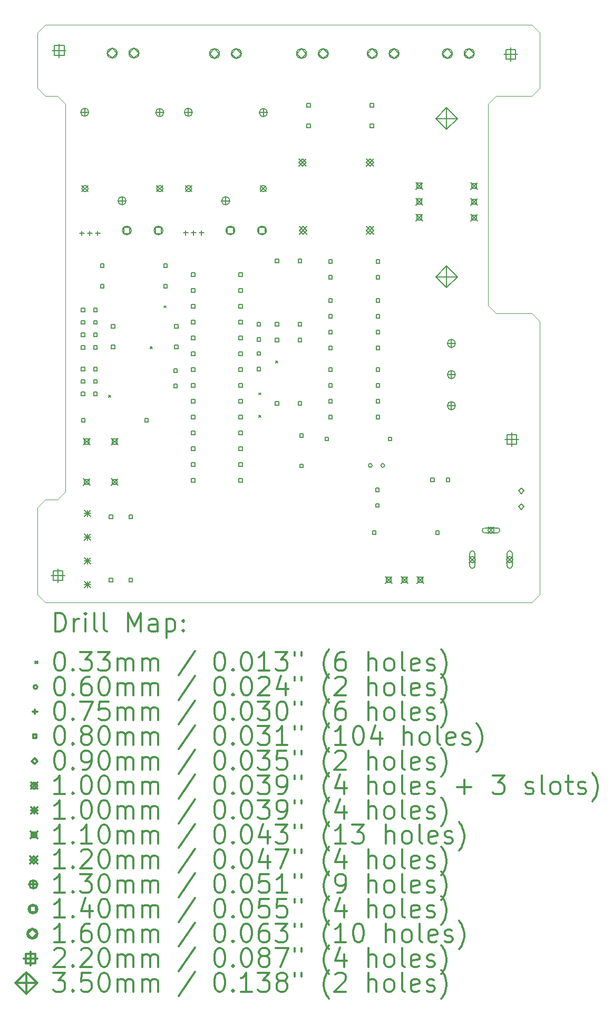
<source format=gbr>
%FSLAX45Y45*%
G04 Gerber Fmt 4.5, Leading zero omitted, Abs format (unit mm)*
G04 Created by KiCad (PCBNEW (5.1.2)-1) date 2019-06-13 16:50:11*
%MOMM*%
%LPD*%
G04 APERTURE LIST*
%ADD10C,0.050000*%
%ADD11C,0.200000*%
%ADD12C,0.300000*%
G04 APERTURE END LIST*
D10*
X21653500Y-4445000D02*
X21780500Y-4572000D01*
X20955000Y-5715000D02*
X21082000Y-5588000D01*
X21653500Y-9080500D02*
X21780500Y-9207500D01*
X21653500Y-13716000D02*
X21780500Y-13589000D01*
X20955000Y-8953500D02*
X21082000Y-9080500D01*
X21653500Y-5588000D02*
X21780500Y-5461000D01*
X21082000Y-5588000D02*
X21653500Y-5588000D01*
X21780500Y-4572000D02*
X21780500Y-5461000D01*
X13716000Y-4572000D02*
X13843000Y-4445000D01*
X13716000Y-13589000D02*
X13843000Y-13716000D01*
X14033500Y-12065000D02*
X14160500Y-11938000D01*
X13716000Y-5461000D02*
X13716000Y-4572000D01*
X13843000Y-5588000D02*
X13716000Y-5461000D01*
X14033500Y-5588000D02*
X13843000Y-5588000D01*
X14160500Y-5715000D02*
X14033500Y-5588000D01*
X14160500Y-11938000D02*
X14160500Y-5715000D01*
X13843000Y-12065000D02*
X14033500Y-12065000D01*
X13716000Y-12192000D02*
X13843000Y-12065000D01*
X13716000Y-12198350D02*
X13716000Y-12192000D01*
X13716000Y-13589000D02*
X13716000Y-12198350D01*
X21653500Y-13716000D02*
X13843000Y-13716000D01*
X21780500Y-9207500D02*
X21780500Y-13589000D01*
X21082000Y-9080500D02*
X21653500Y-9080500D01*
X20955000Y-5715000D02*
X20955000Y-8953500D01*
X13843000Y-4445000D02*
X21653500Y-4445000D01*
D11*
X14855180Y-10391130D02*
X14888220Y-10424170D01*
X14888220Y-10391130D02*
X14855180Y-10424170D01*
X15528280Y-9610080D02*
X15561320Y-9643120D01*
X15561320Y-9610080D02*
X15528280Y-9643120D01*
X15744180Y-8956030D02*
X15777220Y-8989070D01*
X15777220Y-8956030D02*
X15744180Y-8989070D01*
X17274530Y-10353030D02*
X17307570Y-10386070D01*
X17307570Y-10353030D02*
X17274530Y-10386070D01*
X17274530Y-10712121D02*
X17307570Y-10745161D01*
X17307570Y-10712121D02*
X17274530Y-10745161D01*
X17541230Y-9838680D02*
X17574270Y-9871720D01*
X17574270Y-9838680D02*
X17541230Y-9871720D01*
X19092700Y-11518900D02*
G75*
G03X19092700Y-11518900I-30000J0D01*
G01*
X19292700Y-11518900D02*
G75*
G03X19292700Y-11518900I-30000J0D01*
G01*
X14427200Y-7753950D02*
X14427200Y-7828950D01*
X14389700Y-7791450D02*
X14464700Y-7791450D01*
X14554200Y-7753950D02*
X14554200Y-7828950D01*
X14516700Y-7791450D02*
X14591700Y-7791450D01*
X14681200Y-7753950D02*
X14681200Y-7828950D01*
X14643700Y-7791450D02*
X14718700Y-7791450D01*
X16097250Y-7747600D02*
X16097250Y-7822600D01*
X16059750Y-7785100D02*
X16134750Y-7785100D01*
X16224250Y-7747600D02*
X16224250Y-7822600D01*
X16186750Y-7785100D02*
X16261750Y-7785100D01*
X16351250Y-7747600D02*
X16351250Y-7822600D01*
X16313750Y-7785100D02*
X16388750Y-7785100D01*
X18449635Y-10010485D02*
X18449635Y-9953916D01*
X18393066Y-9953916D01*
X18393066Y-10010485D01*
X18449635Y-10010485D01*
X18449635Y-10264485D02*
X18449635Y-10207916D01*
X18393066Y-10207916D01*
X18393066Y-10264485D01*
X18449635Y-10264485D01*
X18449635Y-10518485D02*
X18449635Y-10461916D01*
X18393066Y-10461916D01*
X18393066Y-10518485D01*
X18449635Y-10518485D01*
X18449635Y-10772485D02*
X18449635Y-10715916D01*
X18393066Y-10715916D01*
X18393066Y-10772485D01*
X18449635Y-10772485D01*
X19211635Y-10010485D02*
X19211635Y-9953916D01*
X19155066Y-9953916D01*
X19155066Y-10010485D01*
X19211635Y-10010485D01*
X19211635Y-10264485D02*
X19211635Y-10207916D01*
X19155066Y-10207916D01*
X19155066Y-10264485D01*
X19211635Y-10264485D01*
X19211635Y-10518485D02*
X19211635Y-10461916D01*
X19155066Y-10461916D01*
X19155066Y-10518485D01*
X19211635Y-10518485D01*
X19211635Y-10772485D02*
X19211635Y-10715916D01*
X19155066Y-10715916D01*
X19155066Y-10772485D01*
X19211635Y-10772485D01*
X15242884Y-12372684D02*
X15242884Y-12316115D01*
X15186315Y-12316115D01*
X15186315Y-12372684D01*
X15242884Y-12372684D01*
X15242884Y-13388684D02*
X15242884Y-13332115D01*
X15186315Y-13332115D01*
X15186315Y-13388684D01*
X15242884Y-13388684D01*
X18449635Y-8899235D02*
X18449635Y-8842666D01*
X18393066Y-8842666D01*
X18393066Y-8899235D01*
X18449635Y-8899235D01*
X18449635Y-9153235D02*
X18449635Y-9096666D01*
X18393066Y-9096666D01*
X18393066Y-9153235D01*
X18449635Y-9153235D01*
X18449635Y-9407235D02*
X18449635Y-9350666D01*
X18393066Y-9350666D01*
X18393066Y-9407235D01*
X18449635Y-9407235D01*
X18449635Y-9661235D02*
X18449635Y-9604666D01*
X18393066Y-9604666D01*
X18393066Y-9661235D01*
X18449635Y-9661235D01*
X19211635Y-8899235D02*
X19211635Y-8842666D01*
X19155066Y-8842666D01*
X19155066Y-8899235D01*
X19211635Y-8899235D01*
X19211635Y-9153235D02*
X19211635Y-9096666D01*
X19155066Y-9096666D01*
X19155066Y-9153235D01*
X19211635Y-9153235D01*
X19211635Y-9407235D02*
X19211635Y-9350666D01*
X19155066Y-9350666D01*
X19155066Y-9407235D01*
X19211635Y-9407235D01*
X19211635Y-9661235D02*
X19211635Y-9604666D01*
X19155066Y-9604666D01*
X19155066Y-9661235D01*
X19211635Y-9661235D01*
X18449635Y-8270584D02*
X18449635Y-8214015D01*
X18393066Y-8214015D01*
X18393066Y-8270584D01*
X18449635Y-8270584D01*
X18449635Y-8524585D02*
X18449635Y-8468016D01*
X18393066Y-8468016D01*
X18393066Y-8524585D01*
X18449635Y-8524585D01*
X19211635Y-8270584D02*
X19211635Y-8214015D01*
X19155066Y-8214015D01*
X19155066Y-8270584D01*
X19211635Y-8270584D01*
X19211635Y-8524585D02*
X19211635Y-8468016D01*
X19155066Y-8468016D01*
X19155066Y-8524585D01*
X19211635Y-8524585D01*
X18100385Y-6098884D02*
X18100385Y-6042315D01*
X18043816Y-6042315D01*
X18043816Y-6098884D01*
X18100385Y-6098884D01*
X19116385Y-6098884D02*
X19116385Y-6042315D01*
X19059816Y-6042315D01*
X19059816Y-6098884D01*
X19116385Y-6098884D01*
X14957134Y-9311985D02*
X14957134Y-9255416D01*
X14900565Y-9255416D01*
X14900565Y-9311985D01*
X14957134Y-9311985D01*
X15973134Y-9311985D02*
X15973134Y-9255416D01*
X15916565Y-9255416D01*
X15916565Y-9311985D01*
X15973134Y-9311985D01*
X18100385Y-5768684D02*
X18100385Y-5712115D01*
X18043816Y-5712115D01*
X18043816Y-5768684D01*
X18100385Y-5768684D01*
X19116385Y-5768684D02*
X19116385Y-5712115D01*
X19059816Y-5712115D01*
X19059816Y-5768684D01*
X19116385Y-5768684D01*
X17592385Y-9534235D02*
X17592385Y-9477666D01*
X17535816Y-9477666D01*
X17535816Y-9534235D01*
X17592385Y-9534235D01*
X17592385Y-10550235D02*
X17592385Y-10493666D01*
X17535816Y-10493666D01*
X17535816Y-10550235D01*
X17592385Y-10550235D01*
X17300285Y-9277885D02*
X17300285Y-9221316D01*
X17243716Y-9221316D01*
X17243716Y-9277885D01*
X17300285Y-9277885D01*
X17300285Y-9527885D02*
X17300285Y-9471316D01*
X17243716Y-9471316D01*
X17243716Y-9527885D01*
X17300285Y-9527885D01*
X14957134Y-9642185D02*
X14957134Y-9585616D01*
X14900565Y-9585616D01*
X14900565Y-9642185D01*
X14957134Y-9642185D01*
X15973134Y-9642185D02*
X15973134Y-9585616D01*
X15916565Y-9585616D01*
X15916565Y-9642185D01*
X15973134Y-9642185D01*
X17986085Y-11064585D02*
X17986085Y-11008016D01*
X17929516Y-11008016D01*
X17929516Y-11064585D01*
X17986085Y-11064585D01*
X17986085Y-11552584D02*
X17986085Y-11496015D01*
X17929516Y-11496015D01*
X17929516Y-11552584D01*
X17986085Y-11552584D01*
X20087935Y-11775784D02*
X20087935Y-11719215D01*
X20031366Y-11719215D01*
X20031366Y-11775784D01*
X20087935Y-11775784D01*
X20337935Y-11775784D02*
X20337935Y-11719215D01*
X20281366Y-11719215D01*
X20281366Y-11775784D01*
X20337935Y-11775784D01*
X14925384Y-12372684D02*
X14925384Y-12316115D01*
X14868815Y-12316115D01*
X14868815Y-12372684D01*
X14925384Y-12372684D01*
X14925384Y-13388684D02*
X14925384Y-13332115D01*
X14868815Y-13332115D01*
X14868815Y-13388684D01*
X14925384Y-13388684D01*
X14480884Y-10823285D02*
X14480884Y-10766716D01*
X14424315Y-10766716D01*
X14424315Y-10823285D01*
X14480884Y-10823285D01*
X15496884Y-10823285D02*
X15496884Y-10766716D01*
X15440315Y-10766716D01*
X15440315Y-10823285D01*
X15496884Y-10823285D01*
X18392485Y-11121735D02*
X18392485Y-11065166D01*
X18335916Y-11065166D01*
X18335916Y-11121735D01*
X18392485Y-11121735D01*
X19408485Y-11121735D02*
X19408485Y-11065166D01*
X19351916Y-11065166D01*
X19351916Y-11121735D01*
X19408485Y-11121735D01*
X15960434Y-10023185D02*
X15960434Y-9966616D01*
X15903865Y-9966616D01*
X15903865Y-10023185D01*
X15960434Y-10023185D01*
X15960434Y-10273185D02*
X15960434Y-10216616D01*
X15903865Y-10216616D01*
X15903865Y-10273185D01*
X15960434Y-10273185D01*
X17592385Y-8264234D02*
X17592385Y-8207665D01*
X17535816Y-8207665D01*
X17535816Y-8264234D01*
X17592385Y-8264234D01*
X17592385Y-9280235D02*
X17592385Y-9223666D01*
X17535816Y-9223666D01*
X17535816Y-9280235D01*
X17592385Y-9280235D01*
X14785684Y-8340434D02*
X14785684Y-8283865D01*
X14729115Y-8283865D01*
X14729115Y-8340434D01*
X14785684Y-8340434D01*
X15801684Y-8340434D02*
X15801684Y-8283865D01*
X15745115Y-8283865D01*
X15745115Y-8340434D01*
X15801684Y-8340434D01*
X17960685Y-9534235D02*
X17960685Y-9477666D01*
X17904116Y-9477666D01*
X17904116Y-9534235D01*
X17960685Y-9534235D01*
X17960685Y-10550235D02*
X17960685Y-10493666D01*
X17904116Y-10493666D01*
X17904116Y-10550235D01*
X17960685Y-10550235D01*
X14474534Y-9997785D02*
X14474534Y-9941216D01*
X14417965Y-9941216D01*
X14417965Y-9997785D01*
X14474534Y-9997785D01*
X14474534Y-10197785D02*
X14474534Y-10141216D01*
X14417965Y-10141216D01*
X14417965Y-10197785D01*
X14474534Y-10197785D01*
X14474534Y-10397785D02*
X14474534Y-10341216D01*
X14417965Y-10341216D01*
X14417965Y-10397785D01*
X14474534Y-10397785D01*
X14674534Y-9997785D02*
X14674534Y-9941216D01*
X14617965Y-9941216D01*
X14617965Y-9997785D01*
X14674534Y-9997785D01*
X14674534Y-10197785D02*
X14674534Y-10141216D01*
X14617965Y-10141216D01*
X14617965Y-10197785D01*
X14674534Y-10197785D01*
X14674534Y-10397785D02*
X14674534Y-10341216D01*
X14617965Y-10341216D01*
X14617965Y-10397785D01*
X14674534Y-10397785D01*
X14785684Y-8670635D02*
X14785684Y-8614066D01*
X14729115Y-8614066D01*
X14729115Y-8670635D01*
X14785684Y-8670635D01*
X15801684Y-8670635D02*
X15801684Y-8614066D01*
X15745115Y-8614066D01*
X15745115Y-8670635D01*
X15801684Y-8670635D01*
X16246184Y-8486485D02*
X16246184Y-8429916D01*
X16189615Y-8429916D01*
X16189615Y-8486485D01*
X16246184Y-8486485D01*
X16246184Y-8740485D02*
X16246184Y-8683916D01*
X16189615Y-8683916D01*
X16189615Y-8740485D01*
X16246184Y-8740485D01*
X16246184Y-8994485D02*
X16246184Y-8937916D01*
X16189615Y-8937916D01*
X16189615Y-8994485D01*
X16246184Y-8994485D01*
X16246184Y-9248485D02*
X16246184Y-9191916D01*
X16189615Y-9191916D01*
X16189615Y-9248485D01*
X16246184Y-9248485D01*
X16246184Y-9502485D02*
X16246184Y-9445916D01*
X16189615Y-9445916D01*
X16189615Y-9502485D01*
X16246184Y-9502485D01*
X16246184Y-9756485D02*
X16246184Y-9699916D01*
X16189615Y-9699916D01*
X16189615Y-9756485D01*
X16246184Y-9756485D01*
X16246184Y-10010485D02*
X16246184Y-9953916D01*
X16189615Y-9953916D01*
X16189615Y-10010485D01*
X16246184Y-10010485D01*
X16246184Y-10264485D02*
X16246184Y-10207916D01*
X16189615Y-10207916D01*
X16189615Y-10264485D01*
X16246184Y-10264485D01*
X16246184Y-10518485D02*
X16246184Y-10461916D01*
X16189615Y-10461916D01*
X16189615Y-10518485D01*
X16246184Y-10518485D01*
X16246184Y-10772485D02*
X16246184Y-10715916D01*
X16189615Y-10715916D01*
X16189615Y-10772485D01*
X16246184Y-10772485D01*
X16246184Y-11026485D02*
X16246184Y-10969916D01*
X16189615Y-10969916D01*
X16189615Y-11026485D01*
X16246184Y-11026485D01*
X16246184Y-11280484D02*
X16246184Y-11223915D01*
X16189615Y-11223915D01*
X16189615Y-11280484D01*
X16246184Y-11280484D01*
X16246184Y-11534484D02*
X16246184Y-11477915D01*
X16189615Y-11477915D01*
X16189615Y-11534484D01*
X16246184Y-11534484D01*
X16246184Y-11788484D02*
X16246184Y-11731915D01*
X16189615Y-11731915D01*
X16189615Y-11788484D01*
X16246184Y-11788484D01*
X17008185Y-8486485D02*
X17008185Y-8429916D01*
X16951616Y-8429916D01*
X16951616Y-8486485D01*
X17008185Y-8486485D01*
X17008185Y-8740485D02*
X17008185Y-8683916D01*
X16951616Y-8683916D01*
X16951616Y-8740485D01*
X17008185Y-8740485D01*
X17008185Y-8994485D02*
X17008185Y-8937916D01*
X16951616Y-8937916D01*
X16951616Y-8994485D01*
X17008185Y-8994485D01*
X17008185Y-9248485D02*
X17008185Y-9191916D01*
X16951616Y-9191916D01*
X16951616Y-9248485D01*
X17008185Y-9248485D01*
X17008185Y-9502485D02*
X17008185Y-9445916D01*
X16951616Y-9445916D01*
X16951616Y-9502485D01*
X17008185Y-9502485D01*
X17008185Y-9756485D02*
X17008185Y-9699916D01*
X16951616Y-9699916D01*
X16951616Y-9756485D01*
X17008185Y-9756485D01*
X17008185Y-10010485D02*
X17008185Y-9953916D01*
X16951616Y-9953916D01*
X16951616Y-10010485D01*
X17008185Y-10010485D01*
X17008185Y-10264485D02*
X17008185Y-10207916D01*
X16951616Y-10207916D01*
X16951616Y-10264485D01*
X17008185Y-10264485D01*
X17008185Y-10518485D02*
X17008185Y-10461916D01*
X16951616Y-10461916D01*
X16951616Y-10518485D01*
X17008185Y-10518485D01*
X17008185Y-10772485D02*
X17008185Y-10715916D01*
X16951616Y-10715916D01*
X16951616Y-10772485D01*
X17008185Y-10772485D01*
X17008185Y-11026485D02*
X17008185Y-10969916D01*
X16951616Y-10969916D01*
X16951616Y-11026485D01*
X17008185Y-11026485D01*
X17008185Y-11280484D02*
X17008185Y-11223915D01*
X16951616Y-11223915D01*
X16951616Y-11280484D01*
X17008185Y-11280484D01*
X17008185Y-11534484D02*
X17008185Y-11477915D01*
X16951616Y-11477915D01*
X16951616Y-11534484D01*
X17008185Y-11534484D01*
X17008185Y-11788484D02*
X17008185Y-11731915D01*
X16951616Y-11731915D01*
X16951616Y-11788484D01*
X17008185Y-11788484D01*
X19205285Y-11938534D02*
X19205285Y-11881965D01*
X19148716Y-11881965D01*
X19148716Y-11938534D01*
X19205285Y-11938534D01*
X19205285Y-12188534D02*
X19205285Y-12131965D01*
X19148716Y-12131965D01*
X19148716Y-12188534D01*
X19205285Y-12188534D01*
X19154485Y-12626684D02*
X19154485Y-12570115D01*
X19097916Y-12570115D01*
X19097916Y-12626684D01*
X19154485Y-12626684D01*
X20170485Y-12626684D02*
X20170485Y-12570115D01*
X20113916Y-12570115D01*
X20113916Y-12626684D01*
X20170485Y-12626684D01*
X17960685Y-8264234D02*
X17960685Y-8207665D01*
X17904116Y-8207665D01*
X17904116Y-8264234D01*
X17960685Y-8264234D01*
X17960685Y-9280235D02*
X17960685Y-9223666D01*
X17904116Y-9223666D01*
X17904116Y-9280235D01*
X17960685Y-9280235D01*
X17300285Y-9750135D02*
X17300285Y-9693566D01*
X17243716Y-9693566D01*
X17243716Y-9750135D01*
X17300285Y-9750135D01*
X17300285Y-10000135D02*
X17300285Y-9943566D01*
X17243716Y-9943566D01*
X17243716Y-10000135D01*
X17300285Y-10000135D01*
X14474534Y-9051635D02*
X14474534Y-8995066D01*
X14417965Y-8995066D01*
X14417965Y-9051635D01*
X14474534Y-9051635D01*
X14474534Y-9251635D02*
X14474534Y-9195066D01*
X14417965Y-9195066D01*
X14417965Y-9251635D01*
X14474534Y-9251635D01*
X14474534Y-9451635D02*
X14474534Y-9395066D01*
X14417965Y-9395066D01*
X14417965Y-9451635D01*
X14474534Y-9451635D01*
X14474534Y-9651635D02*
X14474534Y-9595066D01*
X14417965Y-9595066D01*
X14417965Y-9651635D01*
X14474534Y-9651635D01*
X14674534Y-9051635D02*
X14674534Y-8995066D01*
X14617965Y-8995066D01*
X14617965Y-9051635D01*
X14674534Y-9051635D01*
X14674534Y-9251635D02*
X14674534Y-9195066D01*
X14617965Y-9195066D01*
X14617965Y-9251635D01*
X14674534Y-9251635D01*
X14674534Y-9451635D02*
X14674534Y-9395066D01*
X14617965Y-9395066D01*
X14617965Y-9451635D01*
X14674534Y-9451635D01*
X14674534Y-9651635D02*
X14674534Y-9595066D01*
X14617965Y-9595066D01*
X14617965Y-9651635D01*
X14674534Y-9651635D01*
X21488400Y-11970300D02*
X21533400Y-11925300D01*
X21488400Y-11880300D01*
X21443400Y-11925300D01*
X21488400Y-11970300D01*
X21488400Y-12224300D02*
X21533400Y-12179300D01*
X21488400Y-12134300D01*
X21443400Y-12179300D01*
X21488400Y-12224300D01*
X16093600Y-7025750D02*
X16193600Y-7125750D01*
X16193600Y-7025750D02*
X16093600Y-7125750D01*
X16193600Y-7075750D02*
G75*
G03X16193600Y-7075750I-50000J0D01*
G01*
X17293600Y-7025750D02*
X17393600Y-7125750D01*
X17393600Y-7025750D02*
X17293600Y-7125750D01*
X17393600Y-7075750D02*
G75*
G03X17393600Y-7075750I-50000J0D01*
G01*
X20651000Y-12980200D02*
X20751000Y-13080200D01*
X20751000Y-12980200D02*
X20651000Y-13080200D01*
X20751000Y-13030200D02*
G75*
G03X20751000Y-13030200I-50000J0D01*
G01*
X20741000Y-13130200D02*
X20741000Y-12930200D01*
X20661000Y-13130200D02*
X20661000Y-12930200D01*
X20741000Y-12930200D02*
G75*
G03X20661000Y-12930200I-40000J0D01*
G01*
X20661000Y-13130200D02*
G75*
G03X20741000Y-13130200I40000J0D01*
G01*
X20951000Y-12510200D02*
X21051000Y-12610200D01*
X21051000Y-12510200D02*
X20951000Y-12610200D01*
X21051000Y-12560200D02*
G75*
G03X21051000Y-12560200I-50000J0D01*
G01*
X21101000Y-12520200D02*
X20901000Y-12520200D01*
X21101000Y-12600200D02*
X20901000Y-12600200D01*
X20901000Y-12520200D02*
G75*
G03X20901000Y-12600200I0J-40000D01*
G01*
X21101000Y-12600200D02*
G75*
G03X21101000Y-12520200I0J40000D01*
G01*
X21251000Y-12980200D02*
X21351000Y-13080200D01*
X21351000Y-12980200D02*
X21251000Y-13080200D01*
X21351000Y-13030200D02*
G75*
G03X21351000Y-13030200I-50000J0D01*
G01*
X21341000Y-13130200D02*
X21341000Y-12930200D01*
X21261000Y-13130200D02*
X21261000Y-12930200D01*
X21341000Y-12930200D02*
G75*
G03X21261000Y-12930200I-40000J0D01*
G01*
X21261000Y-13130200D02*
G75*
G03X21341000Y-13130200I40000J0D01*
G01*
X14429900Y-7025750D02*
X14529900Y-7125750D01*
X14529900Y-7025750D02*
X14429900Y-7125750D01*
X14529900Y-7075750D02*
G75*
G03X14529900Y-7075750I-50000J0D01*
G01*
X15629900Y-7025750D02*
X15729900Y-7125750D01*
X15729900Y-7025750D02*
X15629900Y-7125750D01*
X15729900Y-7075750D02*
G75*
G03X15729900Y-7075750I-50000J0D01*
G01*
X14472412Y-12237212D02*
X14572488Y-12337288D01*
X14572488Y-12237212D02*
X14472412Y-12337288D01*
X14522450Y-12237212D02*
X14522450Y-12337288D01*
X14472412Y-12287250D02*
X14572488Y-12287250D01*
X14472412Y-12618212D02*
X14572488Y-12718288D01*
X14572488Y-12618212D02*
X14472412Y-12718288D01*
X14522450Y-12618212D02*
X14522450Y-12718288D01*
X14472412Y-12668250D02*
X14572488Y-12668250D01*
X14472412Y-12999212D02*
X14572488Y-13099288D01*
X14572488Y-12999212D02*
X14472412Y-13099288D01*
X14522450Y-12999212D02*
X14522450Y-13099288D01*
X14472412Y-13049250D02*
X14572488Y-13049250D01*
X14472412Y-13380212D02*
X14572488Y-13480288D01*
X14572488Y-13380212D02*
X14472412Y-13480288D01*
X14522450Y-13380212D02*
X14522450Y-13480288D01*
X14472412Y-13430250D02*
X14572488Y-13430250D01*
X19795100Y-6974450D02*
X19905100Y-7084450D01*
X19905100Y-6974450D02*
X19795100Y-7084450D01*
X19888991Y-7068341D02*
X19888991Y-6990559D01*
X19811209Y-6990559D01*
X19811209Y-7068341D01*
X19888991Y-7068341D01*
X19795100Y-7228450D02*
X19905100Y-7338450D01*
X19905100Y-7228450D02*
X19795100Y-7338450D01*
X19888991Y-7322341D02*
X19888991Y-7244559D01*
X19811209Y-7244559D01*
X19811209Y-7322341D01*
X19888991Y-7322341D01*
X19795100Y-7482450D02*
X19905100Y-7592450D01*
X19905100Y-7482450D02*
X19795100Y-7592450D01*
X19888991Y-7576341D02*
X19888991Y-7498559D01*
X19811209Y-7498559D01*
X19811209Y-7576341D01*
X19888991Y-7576341D01*
X20671400Y-6980800D02*
X20781400Y-7090800D01*
X20781400Y-6980800D02*
X20671400Y-7090800D01*
X20765291Y-7074691D02*
X20765291Y-6996909D01*
X20687509Y-6996909D01*
X20687509Y-7074691D01*
X20765291Y-7074691D01*
X20671400Y-7234800D02*
X20781400Y-7344800D01*
X20781400Y-7234800D02*
X20671400Y-7344800D01*
X20765291Y-7328691D02*
X20765291Y-7250909D01*
X20687509Y-7250909D01*
X20687509Y-7328691D01*
X20765291Y-7328691D01*
X20671400Y-7488800D02*
X20781400Y-7598800D01*
X20781400Y-7488800D02*
X20671400Y-7598800D01*
X20765291Y-7582691D02*
X20765291Y-7504909D01*
X20687509Y-7504909D01*
X20687509Y-7582691D01*
X20765291Y-7582691D01*
X19299800Y-13299050D02*
X19409800Y-13409050D01*
X19409800Y-13299050D02*
X19299800Y-13409050D01*
X19393691Y-13392941D02*
X19393691Y-13315159D01*
X19315909Y-13315159D01*
X19315909Y-13392941D01*
X19393691Y-13392941D01*
X19553800Y-13299050D02*
X19663800Y-13409050D01*
X19663800Y-13299050D02*
X19553800Y-13409050D01*
X19647691Y-13392941D02*
X19647691Y-13315159D01*
X19569909Y-13315159D01*
X19569909Y-13392941D01*
X19647691Y-13392941D01*
X19807800Y-13299050D02*
X19917800Y-13409050D01*
X19917800Y-13299050D02*
X19807800Y-13409050D01*
X19901691Y-13392941D02*
X19901691Y-13315159D01*
X19823909Y-13315159D01*
X19823909Y-13392941D01*
X19901691Y-13392941D01*
X14448400Y-11080600D02*
X14558400Y-11190600D01*
X14558400Y-11080600D02*
X14448400Y-11190600D01*
X14542291Y-11174491D02*
X14542291Y-11096709D01*
X14464509Y-11096709D01*
X14464509Y-11174491D01*
X14542291Y-11174491D01*
X14448400Y-11730600D02*
X14558400Y-11840600D01*
X14558400Y-11730600D02*
X14448400Y-11840600D01*
X14542291Y-11824491D02*
X14542291Y-11746709D01*
X14464509Y-11746709D01*
X14464509Y-11824491D01*
X14542291Y-11824491D01*
X14898400Y-11080600D02*
X15008400Y-11190600D01*
X15008400Y-11080600D02*
X14898400Y-11190600D01*
X14992291Y-11174491D02*
X14992291Y-11096709D01*
X14914509Y-11096709D01*
X14914509Y-11174491D01*
X14992291Y-11174491D01*
X14898400Y-11730600D02*
X15008400Y-11840600D01*
X15008400Y-11730600D02*
X14898400Y-11840600D01*
X14992291Y-11824491D02*
X14992291Y-11746709D01*
X14914509Y-11746709D01*
X14914509Y-11824491D01*
X14992291Y-11824491D01*
X17910500Y-6594800D02*
X18030500Y-6714800D01*
X18030500Y-6594800D02*
X17910500Y-6714800D01*
X17970500Y-6714800D02*
X18030500Y-6654800D01*
X17970500Y-6594800D01*
X17910500Y-6654800D01*
X17970500Y-6714800D01*
X17920500Y-7684800D02*
X18040500Y-7804800D01*
X18040500Y-7684800D02*
X17920500Y-7804800D01*
X17980500Y-7804800D02*
X18040500Y-7744800D01*
X17980500Y-7684800D01*
X17920500Y-7744800D01*
X17980500Y-7804800D01*
X19000500Y-6594800D02*
X19120500Y-6714800D01*
X19120500Y-6594800D02*
X19000500Y-6714800D01*
X19060500Y-6714800D02*
X19120500Y-6654800D01*
X19060500Y-6594800D01*
X19000500Y-6654800D01*
X19060500Y-6714800D01*
X19000500Y-7684800D02*
X19120500Y-7804800D01*
X19120500Y-7684800D02*
X19000500Y-7804800D01*
X19060500Y-7804800D02*
X19120500Y-7744800D01*
X19060500Y-7684800D01*
X19000500Y-7744800D01*
X19060500Y-7804800D01*
X14474900Y-5785750D02*
X14474900Y-5915750D01*
X14409900Y-5850750D02*
X14539900Y-5850750D01*
X14539900Y-5850750D02*
G75*
G03X14539900Y-5850750I-65000J0D01*
G01*
X15074900Y-7205750D02*
X15074900Y-7335750D01*
X15009900Y-7270750D02*
X15139900Y-7270750D01*
X15139900Y-7270750D02*
G75*
G03X15139900Y-7270750I-65000J0D01*
G01*
X15679900Y-5790750D02*
X15679900Y-5920750D01*
X15614900Y-5855750D02*
X15744900Y-5855750D01*
X15744900Y-5855750D02*
G75*
G03X15744900Y-5855750I-65000J0D01*
G01*
X20364450Y-9495050D02*
X20364450Y-9625050D01*
X20299450Y-9560050D02*
X20429450Y-9560050D01*
X20429450Y-9560050D02*
G75*
G03X20429450Y-9560050I-65000J0D01*
G01*
X20364450Y-9995050D02*
X20364450Y-10125050D01*
X20299450Y-10060050D02*
X20429450Y-10060050D01*
X20429450Y-10060050D02*
G75*
G03X20429450Y-10060050I-65000J0D01*
G01*
X20364450Y-10495050D02*
X20364450Y-10625050D01*
X20299450Y-10560050D02*
X20429450Y-10560050D01*
X20429450Y-10560050D02*
G75*
G03X20429450Y-10560050I-65000J0D01*
G01*
X16138600Y-5785750D02*
X16138600Y-5915750D01*
X16073600Y-5850750D02*
X16203600Y-5850750D01*
X16203600Y-5850750D02*
G75*
G03X16203600Y-5850750I-65000J0D01*
G01*
X16738600Y-7205750D02*
X16738600Y-7335750D01*
X16673600Y-7270750D02*
X16803600Y-7270750D01*
X16803600Y-7270750D02*
G75*
G03X16803600Y-7270750I-65000J0D01*
G01*
X17343600Y-5790750D02*
X17343600Y-5920750D01*
X17278600Y-5855750D02*
X17408600Y-5855750D01*
X17408600Y-5855750D02*
G75*
G03X17408600Y-5855750I-65000J0D01*
G01*
X16864298Y-7796498D02*
X16864298Y-7697502D01*
X16765302Y-7697502D01*
X16765302Y-7796498D01*
X16864298Y-7796498D01*
X16884800Y-7747000D02*
G75*
G03X16884800Y-7747000I-70000J0D01*
G01*
X17372298Y-7796498D02*
X17372298Y-7697502D01*
X17273302Y-7697502D01*
X17273302Y-7796498D01*
X17372298Y-7796498D01*
X17392800Y-7747000D02*
G75*
G03X17392800Y-7747000I-70000J0D01*
G01*
X15200598Y-7796498D02*
X15200598Y-7697502D01*
X15101602Y-7697502D01*
X15101602Y-7796498D01*
X15200598Y-7796498D01*
X15221100Y-7747000D02*
G75*
G03X15221100Y-7747000I-70000J0D01*
G01*
X15708598Y-7796498D02*
X15708598Y-7697502D01*
X15609602Y-7697502D01*
X15609602Y-7796498D01*
X15708598Y-7796498D01*
X15729100Y-7747000D02*
G75*
G03X15729100Y-7747000I-70000J0D01*
G01*
X17957050Y-4988550D02*
X18037050Y-4908550D01*
X17957050Y-4828550D01*
X17877050Y-4908550D01*
X17957050Y-4988550D01*
X18037050Y-4908550D02*
G75*
G03X18037050Y-4908550I-80000J0D01*
G01*
X18307050Y-4988550D02*
X18387050Y-4908550D01*
X18307050Y-4828550D01*
X18227050Y-4908550D01*
X18307050Y-4988550D01*
X18387050Y-4908550D02*
G75*
G03X18387050Y-4908550I-80000J0D01*
G01*
X20300200Y-4988550D02*
X20380200Y-4908550D01*
X20300200Y-4828550D01*
X20220200Y-4908550D01*
X20300200Y-4988550D01*
X20380200Y-4908550D02*
G75*
G03X20380200Y-4908550I-80000J0D01*
G01*
X20650200Y-4988550D02*
X20730200Y-4908550D01*
X20650200Y-4828550D01*
X20570200Y-4908550D01*
X20650200Y-4988550D01*
X20730200Y-4908550D02*
G75*
G03X20730200Y-4908550I-80000J0D01*
G01*
X16560050Y-4988550D02*
X16640050Y-4908550D01*
X16560050Y-4828550D01*
X16480050Y-4908550D01*
X16560050Y-4988550D01*
X16640050Y-4908550D02*
G75*
G03X16640050Y-4908550I-80000J0D01*
G01*
X16910050Y-4988550D02*
X16990050Y-4908550D01*
X16910050Y-4828550D01*
X16830050Y-4908550D01*
X16910050Y-4988550D01*
X16990050Y-4908550D02*
G75*
G03X16990050Y-4908550I-80000J0D01*
G01*
X19093700Y-4988550D02*
X19173700Y-4908550D01*
X19093700Y-4828550D01*
X19013700Y-4908550D01*
X19093700Y-4988550D01*
X19173700Y-4908550D02*
G75*
G03X19173700Y-4908550I-80000J0D01*
G01*
X19443700Y-4988550D02*
X19523700Y-4908550D01*
X19443700Y-4828550D01*
X19363700Y-4908550D01*
X19443700Y-4988550D01*
X19523700Y-4908550D02*
G75*
G03X19523700Y-4908550I-80000J0D01*
G01*
X14915400Y-4982200D02*
X14995400Y-4902200D01*
X14915400Y-4822200D01*
X14835400Y-4902200D01*
X14915400Y-4982200D01*
X14995400Y-4902200D02*
G75*
G03X14995400Y-4902200I-80000J0D01*
G01*
X15265400Y-4982200D02*
X15345400Y-4902200D01*
X15265400Y-4822200D01*
X15185400Y-4902200D01*
X15265400Y-4982200D01*
X15345400Y-4902200D02*
G75*
G03X15345400Y-4902200I-80000J0D01*
G01*
X21336000Y-10989800D02*
X21336000Y-11209800D01*
X21226000Y-11099800D02*
X21446000Y-11099800D01*
X21413783Y-11177583D02*
X21413783Y-11022018D01*
X21258218Y-11022018D01*
X21258218Y-11177583D01*
X21413783Y-11177583D01*
X14065250Y-4747750D02*
X14065250Y-4967750D01*
X13955250Y-4857750D02*
X14175250Y-4857750D01*
X14143032Y-4935533D02*
X14143032Y-4779968D01*
X13987467Y-4779968D01*
X13987467Y-4935533D01*
X14143032Y-4935533D01*
X21316950Y-4811250D02*
X21316950Y-5031250D01*
X21206950Y-4921250D02*
X21426950Y-4921250D01*
X21394733Y-4999033D02*
X21394733Y-4843468D01*
X21239168Y-4843468D01*
X21239168Y-4999033D01*
X21394733Y-4999033D01*
X14046200Y-13174200D02*
X14046200Y-13394200D01*
X13936200Y-13284200D02*
X14156200Y-13284200D01*
X14123982Y-13361982D02*
X14123982Y-13206417D01*
X13968417Y-13206417D01*
X13968417Y-13361982D01*
X14123982Y-13361982D01*
X20288250Y-5774950D02*
X20288250Y-6124950D01*
X20113250Y-5949950D02*
X20463250Y-5949950D01*
X20288250Y-6124950D02*
X20463250Y-5949950D01*
X20288250Y-5774950D01*
X20113250Y-5949950D01*
X20288250Y-6124950D01*
X20288250Y-8314950D02*
X20288250Y-8664950D01*
X20113250Y-8489950D02*
X20463250Y-8489950D01*
X20288250Y-8664950D02*
X20463250Y-8489950D01*
X20288250Y-8314950D01*
X20113250Y-8489950D01*
X20288250Y-8664950D01*
D12*
X13999928Y-14184214D02*
X13999928Y-13884214D01*
X14071357Y-13884214D01*
X14114214Y-13898500D01*
X14142786Y-13927071D01*
X14157071Y-13955643D01*
X14171357Y-14012786D01*
X14171357Y-14055643D01*
X14157071Y-14112786D01*
X14142786Y-14141357D01*
X14114214Y-14169929D01*
X14071357Y-14184214D01*
X13999928Y-14184214D01*
X14299928Y-14184214D02*
X14299928Y-13984214D01*
X14299928Y-14041357D02*
X14314214Y-14012786D01*
X14328500Y-13998500D01*
X14357071Y-13984214D01*
X14385643Y-13984214D01*
X14485643Y-14184214D02*
X14485643Y-13984214D01*
X14485643Y-13884214D02*
X14471357Y-13898500D01*
X14485643Y-13912786D01*
X14499928Y-13898500D01*
X14485643Y-13884214D01*
X14485643Y-13912786D01*
X14671357Y-14184214D02*
X14642786Y-14169929D01*
X14628500Y-14141357D01*
X14628500Y-13884214D01*
X14828500Y-14184214D02*
X14799928Y-14169929D01*
X14785643Y-14141357D01*
X14785643Y-13884214D01*
X15171357Y-14184214D02*
X15171357Y-13884214D01*
X15271357Y-14098500D01*
X15371357Y-13884214D01*
X15371357Y-14184214D01*
X15642786Y-14184214D02*
X15642786Y-14027071D01*
X15628500Y-13998500D01*
X15599928Y-13984214D01*
X15542786Y-13984214D01*
X15514214Y-13998500D01*
X15642786Y-14169929D02*
X15614214Y-14184214D01*
X15542786Y-14184214D01*
X15514214Y-14169929D01*
X15499928Y-14141357D01*
X15499928Y-14112786D01*
X15514214Y-14084214D01*
X15542786Y-14069929D01*
X15614214Y-14069929D01*
X15642786Y-14055643D01*
X15785643Y-13984214D02*
X15785643Y-14284214D01*
X15785643Y-13998500D02*
X15814214Y-13984214D01*
X15871357Y-13984214D01*
X15899928Y-13998500D01*
X15914214Y-14012786D01*
X15928500Y-14041357D01*
X15928500Y-14127071D01*
X15914214Y-14155643D01*
X15899928Y-14169929D01*
X15871357Y-14184214D01*
X15814214Y-14184214D01*
X15785643Y-14169929D01*
X16057071Y-14155643D02*
X16071357Y-14169929D01*
X16057071Y-14184214D01*
X16042786Y-14169929D01*
X16057071Y-14155643D01*
X16057071Y-14184214D01*
X16057071Y-13998500D02*
X16071357Y-14012786D01*
X16057071Y-14027071D01*
X16042786Y-14012786D01*
X16057071Y-13998500D01*
X16057071Y-14027071D01*
X13680460Y-14661980D02*
X13713500Y-14695020D01*
X13713500Y-14661980D02*
X13680460Y-14695020D01*
X14057071Y-14514214D02*
X14085643Y-14514214D01*
X14114214Y-14528500D01*
X14128500Y-14542786D01*
X14142786Y-14571357D01*
X14157071Y-14628500D01*
X14157071Y-14699929D01*
X14142786Y-14757071D01*
X14128500Y-14785643D01*
X14114214Y-14799929D01*
X14085643Y-14814214D01*
X14057071Y-14814214D01*
X14028500Y-14799929D01*
X14014214Y-14785643D01*
X13999928Y-14757071D01*
X13985643Y-14699929D01*
X13985643Y-14628500D01*
X13999928Y-14571357D01*
X14014214Y-14542786D01*
X14028500Y-14528500D01*
X14057071Y-14514214D01*
X14285643Y-14785643D02*
X14299928Y-14799929D01*
X14285643Y-14814214D01*
X14271357Y-14799929D01*
X14285643Y-14785643D01*
X14285643Y-14814214D01*
X14399928Y-14514214D02*
X14585643Y-14514214D01*
X14485643Y-14628500D01*
X14528500Y-14628500D01*
X14557071Y-14642786D01*
X14571357Y-14657071D01*
X14585643Y-14685643D01*
X14585643Y-14757071D01*
X14571357Y-14785643D01*
X14557071Y-14799929D01*
X14528500Y-14814214D01*
X14442786Y-14814214D01*
X14414214Y-14799929D01*
X14399928Y-14785643D01*
X14685643Y-14514214D02*
X14871357Y-14514214D01*
X14771357Y-14628500D01*
X14814214Y-14628500D01*
X14842786Y-14642786D01*
X14857071Y-14657071D01*
X14871357Y-14685643D01*
X14871357Y-14757071D01*
X14857071Y-14785643D01*
X14842786Y-14799929D01*
X14814214Y-14814214D01*
X14728500Y-14814214D01*
X14699928Y-14799929D01*
X14685643Y-14785643D01*
X14999928Y-14814214D02*
X14999928Y-14614214D01*
X14999928Y-14642786D02*
X15014214Y-14628500D01*
X15042786Y-14614214D01*
X15085643Y-14614214D01*
X15114214Y-14628500D01*
X15128500Y-14657071D01*
X15128500Y-14814214D01*
X15128500Y-14657071D02*
X15142786Y-14628500D01*
X15171357Y-14614214D01*
X15214214Y-14614214D01*
X15242786Y-14628500D01*
X15257071Y-14657071D01*
X15257071Y-14814214D01*
X15399928Y-14814214D02*
X15399928Y-14614214D01*
X15399928Y-14642786D02*
X15414214Y-14628500D01*
X15442786Y-14614214D01*
X15485643Y-14614214D01*
X15514214Y-14628500D01*
X15528500Y-14657071D01*
X15528500Y-14814214D01*
X15528500Y-14657071D02*
X15542786Y-14628500D01*
X15571357Y-14614214D01*
X15614214Y-14614214D01*
X15642786Y-14628500D01*
X15657071Y-14657071D01*
X15657071Y-14814214D01*
X16242786Y-14499929D02*
X15985643Y-14885643D01*
X16628500Y-14514214D02*
X16657071Y-14514214D01*
X16685643Y-14528500D01*
X16699928Y-14542786D01*
X16714214Y-14571357D01*
X16728500Y-14628500D01*
X16728500Y-14699929D01*
X16714214Y-14757071D01*
X16699928Y-14785643D01*
X16685643Y-14799929D01*
X16657071Y-14814214D01*
X16628500Y-14814214D01*
X16599928Y-14799929D01*
X16585643Y-14785643D01*
X16571357Y-14757071D01*
X16557071Y-14699929D01*
X16557071Y-14628500D01*
X16571357Y-14571357D01*
X16585643Y-14542786D01*
X16599928Y-14528500D01*
X16628500Y-14514214D01*
X16857071Y-14785643D02*
X16871357Y-14799929D01*
X16857071Y-14814214D01*
X16842786Y-14799929D01*
X16857071Y-14785643D01*
X16857071Y-14814214D01*
X17057071Y-14514214D02*
X17085643Y-14514214D01*
X17114214Y-14528500D01*
X17128500Y-14542786D01*
X17142786Y-14571357D01*
X17157071Y-14628500D01*
X17157071Y-14699929D01*
X17142786Y-14757071D01*
X17128500Y-14785643D01*
X17114214Y-14799929D01*
X17085643Y-14814214D01*
X17057071Y-14814214D01*
X17028500Y-14799929D01*
X17014214Y-14785643D01*
X16999928Y-14757071D01*
X16985643Y-14699929D01*
X16985643Y-14628500D01*
X16999928Y-14571357D01*
X17014214Y-14542786D01*
X17028500Y-14528500D01*
X17057071Y-14514214D01*
X17442786Y-14814214D02*
X17271357Y-14814214D01*
X17357071Y-14814214D02*
X17357071Y-14514214D01*
X17328500Y-14557071D01*
X17299928Y-14585643D01*
X17271357Y-14599929D01*
X17542786Y-14514214D02*
X17728500Y-14514214D01*
X17628500Y-14628500D01*
X17671357Y-14628500D01*
X17699928Y-14642786D01*
X17714214Y-14657071D01*
X17728500Y-14685643D01*
X17728500Y-14757071D01*
X17714214Y-14785643D01*
X17699928Y-14799929D01*
X17671357Y-14814214D01*
X17585643Y-14814214D01*
X17557071Y-14799929D01*
X17542786Y-14785643D01*
X17842786Y-14514214D02*
X17842786Y-14571357D01*
X17957071Y-14514214D02*
X17957071Y-14571357D01*
X18399928Y-14928500D02*
X18385643Y-14914214D01*
X18357071Y-14871357D01*
X18342786Y-14842786D01*
X18328500Y-14799929D01*
X18314214Y-14728500D01*
X18314214Y-14671357D01*
X18328500Y-14599929D01*
X18342786Y-14557071D01*
X18357071Y-14528500D01*
X18385643Y-14485643D01*
X18399928Y-14471357D01*
X18642786Y-14514214D02*
X18585643Y-14514214D01*
X18557071Y-14528500D01*
X18542786Y-14542786D01*
X18514214Y-14585643D01*
X18499928Y-14642786D01*
X18499928Y-14757071D01*
X18514214Y-14785643D01*
X18528500Y-14799929D01*
X18557071Y-14814214D01*
X18614214Y-14814214D01*
X18642786Y-14799929D01*
X18657071Y-14785643D01*
X18671357Y-14757071D01*
X18671357Y-14685643D01*
X18657071Y-14657071D01*
X18642786Y-14642786D01*
X18614214Y-14628500D01*
X18557071Y-14628500D01*
X18528500Y-14642786D01*
X18514214Y-14657071D01*
X18499928Y-14685643D01*
X19028500Y-14814214D02*
X19028500Y-14514214D01*
X19157071Y-14814214D02*
X19157071Y-14657071D01*
X19142786Y-14628500D01*
X19114214Y-14614214D01*
X19071357Y-14614214D01*
X19042786Y-14628500D01*
X19028500Y-14642786D01*
X19342786Y-14814214D02*
X19314214Y-14799929D01*
X19299928Y-14785643D01*
X19285643Y-14757071D01*
X19285643Y-14671357D01*
X19299928Y-14642786D01*
X19314214Y-14628500D01*
X19342786Y-14614214D01*
X19385643Y-14614214D01*
X19414214Y-14628500D01*
X19428500Y-14642786D01*
X19442786Y-14671357D01*
X19442786Y-14757071D01*
X19428500Y-14785643D01*
X19414214Y-14799929D01*
X19385643Y-14814214D01*
X19342786Y-14814214D01*
X19614214Y-14814214D02*
X19585643Y-14799929D01*
X19571357Y-14771357D01*
X19571357Y-14514214D01*
X19842786Y-14799929D02*
X19814214Y-14814214D01*
X19757071Y-14814214D01*
X19728500Y-14799929D01*
X19714214Y-14771357D01*
X19714214Y-14657071D01*
X19728500Y-14628500D01*
X19757071Y-14614214D01*
X19814214Y-14614214D01*
X19842786Y-14628500D01*
X19857071Y-14657071D01*
X19857071Y-14685643D01*
X19714214Y-14714214D01*
X19971357Y-14799929D02*
X19999928Y-14814214D01*
X20057071Y-14814214D01*
X20085643Y-14799929D01*
X20099928Y-14771357D01*
X20099928Y-14757071D01*
X20085643Y-14728500D01*
X20057071Y-14714214D01*
X20014214Y-14714214D01*
X19985643Y-14699929D01*
X19971357Y-14671357D01*
X19971357Y-14657071D01*
X19985643Y-14628500D01*
X20014214Y-14614214D01*
X20057071Y-14614214D01*
X20085643Y-14628500D01*
X20199928Y-14928500D02*
X20214214Y-14914214D01*
X20242786Y-14871357D01*
X20257071Y-14842786D01*
X20271357Y-14799929D01*
X20285643Y-14728500D01*
X20285643Y-14671357D01*
X20271357Y-14599929D01*
X20257071Y-14557071D01*
X20242786Y-14528500D01*
X20214214Y-14485643D01*
X20199928Y-14471357D01*
X13713500Y-15074500D02*
G75*
G03X13713500Y-15074500I-30000J0D01*
G01*
X14057071Y-14910214D02*
X14085643Y-14910214D01*
X14114214Y-14924500D01*
X14128500Y-14938786D01*
X14142786Y-14967357D01*
X14157071Y-15024500D01*
X14157071Y-15095929D01*
X14142786Y-15153071D01*
X14128500Y-15181643D01*
X14114214Y-15195929D01*
X14085643Y-15210214D01*
X14057071Y-15210214D01*
X14028500Y-15195929D01*
X14014214Y-15181643D01*
X13999928Y-15153071D01*
X13985643Y-15095929D01*
X13985643Y-15024500D01*
X13999928Y-14967357D01*
X14014214Y-14938786D01*
X14028500Y-14924500D01*
X14057071Y-14910214D01*
X14285643Y-15181643D02*
X14299928Y-15195929D01*
X14285643Y-15210214D01*
X14271357Y-15195929D01*
X14285643Y-15181643D01*
X14285643Y-15210214D01*
X14557071Y-14910214D02*
X14499928Y-14910214D01*
X14471357Y-14924500D01*
X14457071Y-14938786D01*
X14428500Y-14981643D01*
X14414214Y-15038786D01*
X14414214Y-15153071D01*
X14428500Y-15181643D01*
X14442786Y-15195929D01*
X14471357Y-15210214D01*
X14528500Y-15210214D01*
X14557071Y-15195929D01*
X14571357Y-15181643D01*
X14585643Y-15153071D01*
X14585643Y-15081643D01*
X14571357Y-15053071D01*
X14557071Y-15038786D01*
X14528500Y-15024500D01*
X14471357Y-15024500D01*
X14442786Y-15038786D01*
X14428500Y-15053071D01*
X14414214Y-15081643D01*
X14771357Y-14910214D02*
X14799928Y-14910214D01*
X14828500Y-14924500D01*
X14842786Y-14938786D01*
X14857071Y-14967357D01*
X14871357Y-15024500D01*
X14871357Y-15095929D01*
X14857071Y-15153071D01*
X14842786Y-15181643D01*
X14828500Y-15195929D01*
X14799928Y-15210214D01*
X14771357Y-15210214D01*
X14742786Y-15195929D01*
X14728500Y-15181643D01*
X14714214Y-15153071D01*
X14699928Y-15095929D01*
X14699928Y-15024500D01*
X14714214Y-14967357D01*
X14728500Y-14938786D01*
X14742786Y-14924500D01*
X14771357Y-14910214D01*
X14999928Y-15210214D02*
X14999928Y-15010214D01*
X14999928Y-15038786D02*
X15014214Y-15024500D01*
X15042786Y-15010214D01*
X15085643Y-15010214D01*
X15114214Y-15024500D01*
X15128500Y-15053071D01*
X15128500Y-15210214D01*
X15128500Y-15053071D02*
X15142786Y-15024500D01*
X15171357Y-15010214D01*
X15214214Y-15010214D01*
X15242786Y-15024500D01*
X15257071Y-15053071D01*
X15257071Y-15210214D01*
X15399928Y-15210214D02*
X15399928Y-15010214D01*
X15399928Y-15038786D02*
X15414214Y-15024500D01*
X15442786Y-15010214D01*
X15485643Y-15010214D01*
X15514214Y-15024500D01*
X15528500Y-15053071D01*
X15528500Y-15210214D01*
X15528500Y-15053071D02*
X15542786Y-15024500D01*
X15571357Y-15010214D01*
X15614214Y-15010214D01*
X15642786Y-15024500D01*
X15657071Y-15053071D01*
X15657071Y-15210214D01*
X16242786Y-14895929D02*
X15985643Y-15281643D01*
X16628500Y-14910214D02*
X16657071Y-14910214D01*
X16685643Y-14924500D01*
X16699928Y-14938786D01*
X16714214Y-14967357D01*
X16728500Y-15024500D01*
X16728500Y-15095929D01*
X16714214Y-15153071D01*
X16699928Y-15181643D01*
X16685643Y-15195929D01*
X16657071Y-15210214D01*
X16628500Y-15210214D01*
X16599928Y-15195929D01*
X16585643Y-15181643D01*
X16571357Y-15153071D01*
X16557071Y-15095929D01*
X16557071Y-15024500D01*
X16571357Y-14967357D01*
X16585643Y-14938786D01*
X16599928Y-14924500D01*
X16628500Y-14910214D01*
X16857071Y-15181643D02*
X16871357Y-15195929D01*
X16857071Y-15210214D01*
X16842786Y-15195929D01*
X16857071Y-15181643D01*
X16857071Y-15210214D01*
X17057071Y-14910214D02*
X17085643Y-14910214D01*
X17114214Y-14924500D01*
X17128500Y-14938786D01*
X17142786Y-14967357D01*
X17157071Y-15024500D01*
X17157071Y-15095929D01*
X17142786Y-15153071D01*
X17128500Y-15181643D01*
X17114214Y-15195929D01*
X17085643Y-15210214D01*
X17057071Y-15210214D01*
X17028500Y-15195929D01*
X17014214Y-15181643D01*
X16999928Y-15153071D01*
X16985643Y-15095929D01*
X16985643Y-15024500D01*
X16999928Y-14967357D01*
X17014214Y-14938786D01*
X17028500Y-14924500D01*
X17057071Y-14910214D01*
X17271357Y-14938786D02*
X17285643Y-14924500D01*
X17314214Y-14910214D01*
X17385643Y-14910214D01*
X17414214Y-14924500D01*
X17428500Y-14938786D01*
X17442786Y-14967357D01*
X17442786Y-14995929D01*
X17428500Y-15038786D01*
X17257071Y-15210214D01*
X17442786Y-15210214D01*
X17699928Y-15010214D02*
X17699928Y-15210214D01*
X17628500Y-14895929D02*
X17557071Y-15110214D01*
X17742786Y-15110214D01*
X17842786Y-14910214D02*
X17842786Y-14967357D01*
X17957071Y-14910214D02*
X17957071Y-14967357D01*
X18399928Y-15324500D02*
X18385643Y-15310214D01*
X18357071Y-15267357D01*
X18342786Y-15238786D01*
X18328500Y-15195929D01*
X18314214Y-15124500D01*
X18314214Y-15067357D01*
X18328500Y-14995929D01*
X18342786Y-14953071D01*
X18357071Y-14924500D01*
X18385643Y-14881643D01*
X18399928Y-14867357D01*
X18499928Y-14938786D02*
X18514214Y-14924500D01*
X18542786Y-14910214D01*
X18614214Y-14910214D01*
X18642786Y-14924500D01*
X18657071Y-14938786D01*
X18671357Y-14967357D01*
X18671357Y-14995929D01*
X18657071Y-15038786D01*
X18485643Y-15210214D01*
X18671357Y-15210214D01*
X19028500Y-15210214D02*
X19028500Y-14910214D01*
X19157071Y-15210214D02*
X19157071Y-15053071D01*
X19142786Y-15024500D01*
X19114214Y-15010214D01*
X19071357Y-15010214D01*
X19042786Y-15024500D01*
X19028500Y-15038786D01*
X19342786Y-15210214D02*
X19314214Y-15195929D01*
X19299928Y-15181643D01*
X19285643Y-15153071D01*
X19285643Y-15067357D01*
X19299928Y-15038786D01*
X19314214Y-15024500D01*
X19342786Y-15010214D01*
X19385643Y-15010214D01*
X19414214Y-15024500D01*
X19428500Y-15038786D01*
X19442786Y-15067357D01*
X19442786Y-15153071D01*
X19428500Y-15181643D01*
X19414214Y-15195929D01*
X19385643Y-15210214D01*
X19342786Y-15210214D01*
X19614214Y-15210214D02*
X19585643Y-15195929D01*
X19571357Y-15167357D01*
X19571357Y-14910214D01*
X19842786Y-15195929D02*
X19814214Y-15210214D01*
X19757071Y-15210214D01*
X19728500Y-15195929D01*
X19714214Y-15167357D01*
X19714214Y-15053071D01*
X19728500Y-15024500D01*
X19757071Y-15010214D01*
X19814214Y-15010214D01*
X19842786Y-15024500D01*
X19857071Y-15053071D01*
X19857071Y-15081643D01*
X19714214Y-15110214D01*
X19971357Y-15195929D02*
X19999928Y-15210214D01*
X20057071Y-15210214D01*
X20085643Y-15195929D01*
X20099928Y-15167357D01*
X20099928Y-15153071D01*
X20085643Y-15124500D01*
X20057071Y-15110214D01*
X20014214Y-15110214D01*
X19985643Y-15095929D01*
X19971357Y-15067357D01*
X19971357Y-15053071D01*
X19985643Y-15024500D01*
X20014214Y-15010214D01*
X20057071Y-15010214D01*
X20085643Y-15024500D01*
X20199928Y-15324500D02*
X20214214Y-15310214D01*
X20242786Y-15267357D01*
X20257071Y-15238786D01*
X20271357Y-15195929D01*
X20285643Y-15124500D01*
X20285643Y-15067357D01*
X20271357Y-14995929D01*
X20257071Y-14953071D01*
X20242786Y-14924500D01*
X20214214Y-14881643D01*
X20199928Y-14867357D01*
X13676000Y-15433000D02*
X13676000Y-15508000D01*
X13638500Y-15470500D02*
X13713500Y-15470500D01*
X14057071Y-15306214D02*
X14085643Y-15306214D01*
X14114214Y-15320500D01*
X14128500Y-15334786D01*
X14142786Y-15363357D01*
X14157071Y-15420500D01*
X14157071Y-15491929D01*
X14142786Y-15549071D01*
X14128500Y-15577643D01*
X14114214Y-15591929D01*
X14085643Y-15606214D01*
X14057071Y-15606214D01*
X14028500Y-15591929D01*
X14014214Y-15577643D01*
X13999928Y-15549071D01*
X13985643Y-15491929D01*
X13985643Y-15420500D01*
X13999928Y-15363357D01*
X14014214Y-15334786D01*
X14028500Y-15320500D01*
X14057071Y-15306214D01*
X14285643Y-15577643D02*
X14299928Y-15591929D01*
X14285643Y-15606214D01*
X14271357Y-15591929D01*
X14285643Y-15577643D01*
X14285643Y-15606214D01*
X14399928Y-15306214D02*
X14599928Y-15306214D01*
X14471357Y-15606214D01*
X14857071Y-15306214D02*
X14714214Y-15306214D01*
X14699928Y-15449071D01*
X14714214Y-15434786D01*
X14742786Y-15420500D01*
X14814214Y-15420500D01*
X14842786Y-15434786D01*
X14857071Y-15449071D01*
X14871357Y-15477643D01*
X14871357Y-15549071D01*
X14857071Y-15577643D01*
X14842786Y-15591929D01*
X14814214Y-15606214D01*
X14742786Y-15606214D01*
X14714214Y-15591929D01*
X14699928Y-15577643D01*
X14999928Y-15606214D02*
X14999928Y-15406214D01*
X14999928Y-15434786D02*
X15014214Y-15420500D01*
X15042786Y-15406214D01*
X15085643Y-15406214D01*
X15114214Y-15420500D01*
X15128500Y-15449071D01*
X15128500Y-15606214D01*
X15128500Y-15449071D02*
X15142786Y-15420500D01*
X15171357Y-15406214D01*
X15214214Y-15406214D01*
X15242786Y-15420500D01*
X15257071Y-15449071D01*
X15257071Y-15606214D01*
X15399928Y-15606214D02*
X15399928Y-15406214D01*
X15399928Y-15434786D02*
X15414214Y-15420500D01*
X15442786Y-15406214D01*
X15485643Y-15406214D01*
X15514214Y-15420500D01*
X15528500Y-15449071D01*
X15528500Y-15606214D01*
X15528500Y-15449071D02*
X15542786Y-15420500D01*
X15571357Y-15406214D01*
X15614214Y-15406214D01*
X15642786Y-15420500D01*
X15657071Y-15449071D01*
X15657071Y-15606214D01*
X16242786Y-15291929D02*
X15985643Y-15677643D01*
X16628500Y-15306214D02*
X16657071Y-15306214D01*
X16685643Y-15320500D01*
X16699928Y-15334786D01*
X16714214Y-15363357D01*
X16728500Y-15420500D01*
X16728500Y-15491929D01*
X16714214Y-15549071D01*
X16699928Y-15577643D01*
X16685643Y-15591929D01*
X16657071Y-15606214D01*
X16628500Y-15606214D01*
X16599928Y-15591929D01*
X16585643Y-15577643D01*
X16571357Y-15549071D01*
X16557071Y-15491929D01*
X16557071Y-15420500D01*
X16571357Y-15363357D01*
X16585643Y-15334786D01*
X16599928Y-15320500D01*
X16628500Y-15306214D01*
X16857071Y-15577643D02*
X16871357Y-15591929D01*
X16857071Y-15606214D01*
X16842786Y-15591929D01*
X16857071Y-15577643D01*
X16857071Y-15606214D01*
X17057071Y-15306214D02*
X17085643Y-15306214D01*
X17114214Y-15320500D01*
X17128500Y-15334786D01*
X17142786Y-15363357D01*
X17157071Y-15420500D01*
X17157071Y-15491929D01*
X17142786Y-15549071D01*
X17128500Y-15577643D01*
X17114214Y-15591929D01*
X17085643Y-15606214D01*
X17057071Y-15606214D01*
X17028500Y-15591929D01*
X17014214Y-15577643D01*
X16999928Y-15549071D01*
X16985643Y-15491929D01*
X16985643Y-15420500D01*
X16999928Y-15363357D01*
X17014214Y-15334786D01*
X17028500Y-15320500D01*
X17057071Y-15306214D01*
X17257071Y-15306214D02*
X17442786Y-15306214D01*
X17342786Y-15420500D01*
X17385643Y-15420500D01*
X17414214Y-15434786D01*
X17428500Y-15449071D01*
X17442786Y-15477643D01*
X17442786Y-15549071D01*
X17428500Y-15577643D01*
X17414214Y-15591929D01*
X17385643Y-15606214D01*
X17299928Y-15606214D01*
X17271357Y-15591929D01*
X17257071Y-15577643D01*
X17628500Y-15306214D02*
X17657071Y-15306214D01*
X17685643Y-15320500D01*
X17699928Y-15334786D01*
X17714214Y-15363357D01*
X17728500Y-15420500D01*
X17728500Y-15491929D01*
X17714214Y-15549071D01*
X17699928Y-15577643D01*
X17685643Y-15591929D01*
X17657071Y-15606214D01*
X17628500Y-15606214D01*
X17599928Y-15591929D01*
X17585643Y-15577643D01*
X17571357Y-15549071D01*
X17557071Y-15491929D01*
X17557071Y-15420500D01*
X17571357Y-15363357D01*
X17585643Y-15334786D01*
X17599928Y-15320500D01*
X17628500Y-15306214D01*
X17842786Y-15306214D02*
X17842786Y-15363357D01*
X17957071Y-15306214D02*
X17957071Y-15363357D01*
X18399928Y-15720500D02*
X18385643Y-15706214D01*
X18357071Y-15663357D01*
X18342786Y-15634786D01*
X18328500Y-15591929D01*
X18314214Y-15520500D01*
X18314214Y-15463357D01*
X18328500Y-15391929D01*
X18342786Y-15349071D01*
X18357071Y-15320500D01*
X18385643Y-15277643D01*
X18399928Y-15263357D01*
X18642786Y-15306214D02*
X18585643Y-15306214D01*
X18557071Y-15320500D01*
X18542786Y-15334786D01*
X18514214Y-15377643D01*
X18499928Y-15434786D01*
X18499928Y-15549071D01*
X18514214Y-15577643D01*
X18528500Y-15591929D01*
X18557071Y-15606214D01*
X18614214Y-15606214D01*
X18642786Y-15591929D01*
X18657071Y-15577643D01*
X18671357Y-15549071D01*
X18671357Y-15477643D01*
X18657071Y-15449071D01*
X18642786Y-15434786D01*
X18614214Y-15420500D01*
X18557071Y-15420500D01*
X18528500Y-15434786D01*
X18514214Y-15449071D01*
X18499928Y-15477643D01*
X19028500Y-15606214D02*
X19028500Y-15306214D01*
X19157071Y-15606214D02*
X19157071Y-15449071D01*
X19142786Y-15420500D01*
X19114214Y-15406214D01*
X19071357Y-15406214D01*
X19042786Y-15420500D01*
X19028500Y-15434786D01*
X19342786Y-15606214D02*
X19314214Y-15591929D01*
X19299928Y-15577643D01*
X19285643Y-15549071D01*
X19285643Y-15463357D01*
X19299928Y-15434786D01*
X19314214Y-15420500D01*
X19342786Y-15406214D01*
X19385643Y-15406214D01*
X19414214Y-15420500D01*
X19428500Y-15434786D01*
X19442786Y-15463357D01*
X19442786Y-15549071D01*
X19428500Y-15577643D01*
X19414214Y-15591929D01*
X19385643Y-15606214D01*
X19342786Y-15606214D01*
X19614214Y-15606214D02*
X19585643Y-15591929D01*
X19571357Y-15563357D01*
X19571357Y-15306214D01*
X19842786Y-15591929D02*
X19814214Y-15606214D01*
X19757071Y-15606214D01*
X19728500Y-15591929D01*
X19714214Y-15563357D01*
X19714214Y-15449071D01*
X19728500Y-15420500D01*
X19757071Y-15406214D01*
X19814214Y-15406214D01*
X19842786Y-15420500D01*
X19857071Y-15449071D01*
X19857071Y-15477643D01*
X19714214Y-15506214D01*
X19971357Y-15591929D02*
X19999928Y-15606214D01*
X20057071Y-15606214D01*
X20085643Y-15591929D01*
X20099928Y-15563357D01*
X20099928Y-15549071D01*
X20085643Y-15520500D01*
X20057071Y-15506214D01*
X20014214Y-15506214D01*
X19985643Y-15491929D01*
X19971357Y-15463357D01*
X19971357Y-15449071D01*
X19985643Y-15420500D01*
X20014214Y-15406214D01*
X20057071Y-15406214D01*
X20085643Y-15420500D01*
X20199928Y-15720500D02*
X20214214Y-15706214D01*
X20242786Y-15663357D01*
X20257071Y-15634786D01*
X20271357Y-15591929D01*
X20285643Y-15520500D01*
X20285643Y-15463357D01*
X20271357Y-15391929D01*
X20257071Y-15349071D01*
X20242786Y-15320500D01*
X20214214Y-15277643D01*
X20199928Y-15263357D01*
X13701784Y-15894785D02*
X13701784Y-15838216D01*
X13645215Y-15838216D01*
X13645215Y-15894785D01*
X13701784Y-15894785D01*
X14057071Y-15702214D02*
X14085643Y-15702214D01*
X14114214Y-15716500D01*
X14128500Y-15730786D01*
X14142786Y-15759357D01*
X14157071Y-15816500D01*
X14157071Y-15887929D01*
X14142786Y-15945071D01*
X14128500Y-15973643D01*
X14114214Y-15987929D01*
X14085643Y-16002214D01*
X14057071Y-16002214D01*
X14028500Y-15987929D01*
X14014214Y-15973643D01*
X13999928Y-15945071D01*
X13985643Y-15887929D01*
X13985643Y-15816500D01*
X13999928Y-15759357D01*
X14014214Y-15730786D01*
X14028500Y-15716500D01*
X14057071Y-15702214D01*
X14285643Y-15973643D02*
X14299928Y-15987929D01*
X14285643Y-16002214D01*
X14271357Y-15987929D01*
X14285643Y-15973643D01*
X14285643Y-16002214D01*
X14471357Y-15830786D02*
X14442786Y-15816500D01*
X14428500Y-15802214D01*
X14414214Y-15773643D01*
X14414214Y-15759357D01*
X14428500Y-15730786D01*
X14442786Y-15716500D01*
X14471357Y-15702214D01*
X14528500Y-15702214D01*
X14557071Y-15716500D01*
X14571357Y-15730786D01*
X14585643Y-15759357D01*
X14585643Y-15773643D01*
X14571357Y-15802214D01*
X14557071Y-15816500D01*
X14528500Y-15830786D01*
X14471357Y-15830786D01*
X14442786Y-15845071D01*
X14428500Y-15859357D01*
X14414214Y-15887929D01*
X14414214Y-15945071D01*
X14428500Y-15973643D01*
X14442786Y-15987929D01*
X14471357Y-16002214D01*
X14528500Y-16002214D01*
X14557071Y-15987929D01*
X14571357Y-15973643D01*
X14585643Y-15945071D01*
X14585643Y-15887929D01*
X14571357Y-15859357D01*
X14557071Y-15845071D01*
X14528500Y-15830786D01*
X14771357Y-15702214D02*
X14799928Y-15702214D01*
X14828500Y-15716500D01*
X14842786Y-15730786D01*
X14857071Y-15759357D01*
X14871357Y-15816500D01*
X14871357Y-15887929D01*
X14857071Y-15945071D01*
X14842786Y-15973643D01*
X14828500Y-15987929D01*
X14799928Y-16002214D01*
X14771357Y-16002214D01*
X14742786Y-15987929D01*
X14728500Y-15973643D01*
X14714214Y-15945071D01*
X14699928Y-15887929D01*
X14699928Y-15816500D01*
X14714214Y-15759357D01*
X14728500Y-15730786D01*
X14742786Y-15716500D01*
X14771357Y-15702214D01*
X14999928Y-16002214D02*
X14999928Y-15802214D01*
X14999928Y-15830786D02*
X15014214Y-15816500D01*
X15042786Y-15802214D01*
X15085643Y-15802214D01*
X15114214Y-15816500D01*
X15128500Y-15845071D01*
X15128500Y-16002214D01*
X15128500Y-15845071D02*
X15142786Y-15816500D01*
X15171357Y-15802214D01*
X15214214Y-15802214D01*
X15242786Y-15816500D01*
X15257071Y-15845071D01*
X15257071Y-16002214D01*
X15399928Y-16002214D02*
X15399928Y-15802214D01*
X15399928Y-15830786D02*
X15414214Y-15816500D01*
X15442786Y-15802214D01*
X15485643Y-15802214D01*
X15514214Y-15816500D01*
X15528500Y-15845071D01*
X15528500Y-16002214D01*
X15528500Y-15845071D02*
X15542786Y-15816500D01*
X15571357Y-15802214D01*
X15614214Y-15802214D01*
X15642786Y-15816500D01*
X15657071Y-15845071D01*
X15657071Y-16002214D01*
X16242786Y-15687929D02*
X15985643Y-16073643D01*
X16628500Y-15702214D02*
X16657071Y-15702214D01*
X16685643Y-15716500D01*
X16699928Y-15730786D01*
X16714214Y-15759357D01*
X16728500Y-15816500D01*
X16728500Y-15887929D01*
X16714214Y-15945071D01*
X16699928Y-15973643D01*
X16685643Y-15987929D01*
X16657071Y-16002214D01*
X16628500Y-16002214D01*
X16599928Y-15987929D01*
X16585643Y-15973643D01*
X16571357Y-15945071D01*
X16557071Y-15887929D01*
X16557071Y-15816500D01*
X16571357Y-15759357D01*
X16585643Y-15730786D01*
X16599928Y-15716500D01*
X16628500Y-15702214D01*
X16857071Y-15973643D02*
X16871357Y-15987929D01*
X16857071Y-16002214D01*
X16842786Y-15987929D01*
X16857071Y-15973643D01*
X16857071Y-16002214D01*
X17057071Y-15702214D02*
X17085643Y-15702214D01*
X17114214Y-15716500D01*
X17128500Y-15730786D01*
X17142786Y-15759357D01*
X17157071Y-15816500D01*
X17157071Y-15887929D01*
X17142786Y-15945071D01*
X17128500Y-15973643D01*
X17114214Y-15987929D01*
X17085643Y-16002214D01*
X17057071Y-16002214D01*
X17028500Y-15987929D01*
X17014214Y-15973643D01*
X16999928Y-15945071D01*
X16985643Y-15887929D01*
X16985643Y-15816500D01*
X16999928Y-15759357D01*
X17014214Y-15730786D01*
X17028500Y-15716500D01*
X17057071Y-15702214D01*
X17257071Y-15702214D02*
X17442786Y-15702214D01*
X17342786Y-15816500D01*
X17385643Y-15816500D01*
X17414214Y-15830786D01*
X17428500Y-15845071D01*
X17442786Y-15873643D01*
X17442786Y-15945071D01*
X17428500Y-15973643D01*
X17414214Y-15987929D01*
X17385643Y-16002214D01*
X17299928Y-16002214D01*
X17271357Y-15987929D01*
X17257071Y-15973643D01*
X17728500Y-16002214D02*
X17557071Y-16002214D01*
X17642786Y-16002214D02*
X17642786Y-15702214D01*
X17614214Y-15745071D01*
X17585643Y-15773643D01*
X17557071Y-15787929D01*
X17842786Y-15702214D02*
X17842786Y-15759357D01*
X17957071Y-15702214D02*
X17957071Y-15759357D01*
X18399928Y-16116500D02*
X18385643Y-16102214D01*
X18357071Y-16059357D01*
X18342786Y-16030786D01*
X18328500Y-15987929D01*
X18314214Y-15916500D01*
X18314214Y-15859357D01*
X18328500Y-15787929D01*
X18342786Y-15745071D01*
X18357071Y-15716500D01*
X18385643Y-15673643D01*
X18399928Y-15659357D01*
X18671357Y-16002214D02*
X18499928Y-16002214D01*
X18585643Y-16002214D02*
X18585643Y-15702214D01*
X18557071Y-15745071D01*
X18528500Y-15773643D01*
X18499928Y-15787929D01*
X18857071Y-15702214D02*
X18885643Y-15702214D01*
X18914214Y-15716500D01*
X18928500Y-15730786D01*
X18942786Y-15759357D01*
X18957071Y-15816500D01*
X18957071Y-15887929D01*
X18942786Y-15945071D01*
X18928500Y-15973643D01*
X18914214Y-15987929D01*
X18885643Y-16002214D01*
X18857071Y-16002214D01*
X18828500Y-15987929D01*
X18814214Y-15973643D01*
X18799928Y-15945071D01*
X18785643Y-15887929D01*
X18785643Y-15816500D01*
X18799928Y-15759357D01*
X18814214Y-15730786D01*
X18828500Y-15716500D01*
X18857071Y-15702214D01*
X19214214Y-15802214D02*
X19214214Y-16002214D01*
X19142786Y-15687929D02*
X19071357Y-15902214D01*
X19257071Y-15902214D01*
X19599928Y-16002214D02*
X19599928Y-15702214D01*
X19728500Y-16002214D02*
X19728500Y-15845071D01*
X19714214Y-15816500D01*
X19685643Y-15802214D01*
X19642786Y-15802214D01*
X19614214Y-15816500D01*
X19599928Y-15830786D01*
X19914214Y-16002214D02*
X19885643Y-15987929D01*
X19871357Y-15973643D01*
X19857071Y-15945071D01*
X19857071Y-15859357D01*
X19871357Y-15830786D01*
X19885643Y-15816500D01*
X19914214Y-15802214D01*
X19957071Y-15802214D01*
X19985643Y-15816500D01*
X19999928Y-15830786D01*
X20014214Y-15859357D01*
X20014214Y-15945071D01*
X19999928Y-15973643D01*
X19985643Y-15987929D01*
X19957071Y-16002214D01*
X19914214Y-16002214D01*
X20185643Y-16002214D02*
X20157071Y-15987929D01*
X20142786Y-15959357D01*
X20142786Y-15702214D01*
X20414214Y-15987929D02*
X20385643Y-16002214D01*
X20328500Y-16002214D01*
X20299928Y-15987929D01*
X20285643Y-15959357D01*
X20285643Y-15845071D01*
X20299928Y-15816500D01*
X20328500Y-15802214D01*
X20385643Y-15802214D01*
X20414214Y-15816500D01*
X20428500Y-15845071D01*
X20428500Y-15873643D01*
X20285643Y-15902214D01*
X20542786Y-15987929D02*
X20571357Y-16002214D01*
X20628500Y-16002214D01*
X20657071Y-15987929D01*
X20671357Y-15959357D01*
X20671357Y-15945071D01*
X20657071Y-15916500D01*
X20628500Y-15902214D01*
X20585643Y-15902214D01*
X20557071Y-15887929D01*
X20542786Y-15859357D01*
X20542786Y-15845071D01*
X20557071Y-15816500D01*
X20585643Y-15802214D01*
X20628500Y-15802214D01*
X20657071Y-15816500D01*
X20771357Y-16116500D02*
X20785643Y-16102214D01*
X20814214Y-16059357D01*
X20828500Y-16030786D01*
X20842786Y-15987929D01*
X20857071Y-15916500D01*
X20857071Y-15859357D01*
X20842786Y-15787929D01*
X20828500Y-15745071D01*
X20814214Y-15716500D01*
X20785643Y-15673643D01*
X20771357Y-15659357D01*
X13668500Y-16307500D02*
X13713500Y-16262500D01*
X13668500Y-16217500D01*
X13623500Y-16262500D01*
X13668500Y-16307500D01*
X14057071Y-16098214D02*
X14085643Y-16098214D01*
X14114214Y-16112500D01*
X14128500Y-16126786D01*
X14142786Y-16155357D01*
X14157071Y-16212500D01*
X14157071Y-16283929D01*
X14142786Y-16341071D01*
X14128500Y-16369643D01*
X14114214Y-16383929D01*
X14085643Y-16398214D01*
X14057071Y-16398214D01*
X14028500Y-16383929D01*
X14014214Y-16369643D01*
X13999928Y-16341071D01*
X13985643Y-16283929D01*
X13985643Y-16212500D01*
X13999928Y-16155357D01*
X14014214Y-16126786D01*
X14028500Y-16112500D01*
X14057071Y-16098214D01*
X14285643Y-16369643D02*
X14299928Y-16383929D01*
X14285643Y-16398214D01*
X14271357Y-16383929D01*
X14285643Y-16369643D01*
X14285643Y-16398214D01*
X14442786Y-16398214D02*
X14499928Y-16398214D01*
X14528500Y-16383929D01*
X14542786Y-16369643D01*
X14571357Y-16326786D01*
X14585643Y-16269643D01*
X14585643Y-16155357D01*
X14571357Y-16126786D01*
X14557071Y-16112500D01*
X14528500Y-16098214D01*
X14471357Y-16098214D01*
X14442786Y-16112500D01*
X14428500Y-16126786D01*
X14414214Y-16155357D01*
X14414214Y-16226786D01*
X14428500Y-16255357D01*
X14442786Y-16269643D01*
X14471357Y-16283929D01*
X14528500Y-16283929D01*
X14557071Y-16269643D01*
X14571357Y-16255357D01*
X14585643Y-16226786D01*
X14771357Y-16098214D02*
X14799928Y-16098214D01*
X14828500Y-16112500D01*
X14842786Y-16126786D01*
X14857071Y-16155357D01*
X14871357Y-16212500D01*
X14871357Y-16283929D01*
X14857071Y-16341071D01*
X14842786Y-16369643D01*
X14828500Y-16383929D01*
X14799928Y-16398214D01*
X14771357Y-16398214D01*
X14742786Y-16383929D01*
X14728500Y-16369643D01*
X14714214Y-16341071D01*
X14699928Y-16283929D01*
X14699928Y-16212500D01*
X14714214Y-16155357D01*
X14728500Y-16126786D01*
X14742786Y-16112500D01*
X14771357Y-16098214D01*
X14999928Y-16398214D02*
X14999928Y-16198214D01*
X14999928Y-16226786D02*
X15014214Y-16212500D01*
X15042786Y-16198214D01*
X15085643Y-16198214D01*
X15114214Y-16212500D01*
X15128500Y-16241071D01*
X15128500Y-16398214D01*
X15128500Y-16241071D02*
X15142786Y-16212500D01*
X15171357Y-16198214D01*
X15214214Y-16198214D01*
X15242786Y-16212500D01*
X15257071Y-16241071D01*
X15257071Y-16398214D01*
X15399928Y-16398214D02*
X15399928Y-16198214D01*
X15399928Y-16226786D02*
X15414214Y-16212500D01*
X15442786Y-16198214D01*
X15485643Y-16198214D01*
X15514214Y-16212500D01*
X15528500Y-16241071D01*
X15528500Y-16398214D01*
X15528500Y-16241071D02*
X15542786Y-16212500D01*
X15571357Y-16198214D01*
X15614214Y-16198214D01*
X15642786Y-16212500D01*
X15657071Y-16241071D01*
X15657071Y-16398214D01*
X16242786Y-16083929D02*
X15985643Y-16469643D01*
X16628500Y-16098214D02*
X16657071Y-16098214D01*
X16685643Y-16112500D01*
X16699928Y-16126786D01*
X16714214Y-16155357D01*
X16728500Y-16212500D01*
X16728500Y-16283929D01*
X16714214Y-16341071D01*
X16699928Y-16369643D01*
X16685643Y-16383929D01*
X16657071Y-16398214D01*
X16628500Y-16398214D01*
X16599928Y-16383929D01*
X16585643Y-16369643D01*
X16571357Y-16341071D01*
X16557071Y-16283929D01*
X16557071Y-16212500D01*
X16571357Y-16155357D01*
X16585643Y-16126786D01*
X16599928Y-16112500D01*
X16628500Y-16098214D01*
X16857071Y-16369643D02*
X16871357Y-16383929D01*
X16857071Y-16398214D01*
X16842786Y-16383929D01*
X16857071Y-16369643D01*
X16857071Y-16398214D01*
X17057071Y-16098214D02*
X17085643Y-16098214D01*
X17114214Y-16112500D01*
X17128500Y-16126786D01*
X17142786Y-16155357D01*
X17157071Y-16212500D01*
X17157071Y-16283929D01*
X17142786Y-16341071D01*
X17128500Y-16369643D01*
X17114214Y-16383929D01*
X17085643Y-16398214D01*
X17057071Y-16398214D01*
X17028500Y-16383929D01*
X17014214Y-16369643D01*
X16999928Y-16341071D01*
X16985643Y-16283929D01*
X16985643Y-16212500D01*
X16999928Y-16155357D01*
X17014214Y-16126786D01*
X17028500Y-16112500D01*
X17057071Y-16098214D01*
X17257071Y-16098214D02*
X17442786Y-16098214D01*
X17342786Y-16212500D01*
X17385643Y-16212500D01*
X17414214Y-16226786D01*
X17428500Y-16241071D01*
X17442786Y-16269643D01*
X17442786Y-16341071D01*
X17428500Y-16369643D01*
X17414214Y-16383929D01*
X17385643Y-16398214D01*
X17299928Y-16398214D01*
X17271357Y-16383929D01*
X17257071Y-16369643D01*
X17714214Y-16098214D02*
X17571357Y-16098214D01*
X17557071Y-16241071D01*
X17571357Y-16226786D01*
X17599928Y-16212500D01*
X17671357Y-16212500D01*
X17699928Y-16226786D01*
X17714214Y-16241071D01*
X17728500Y-16269643D01*
X17728500Y-16341071D01*
X17714214Y-16369643D01*
X17699928Y-16383929D01*
X17671357Y-16398214D01*
X17599928Y-16398214D01*
X17571357Y-16383929D01*
X17557071Y-16369643D01*
X17842786Y-16098214D02*
X17842786Y-16155357D01*
X17957071Y-16098214D02*
X17957071Y-16155357D01*
X18399928Y-16512500D02*
X18385643Y-16498214D01*
X18357071Y-16455357D01*
X18342786Y-16426786D01*
X18328500Y-16383929D01*
X18314214Y-16312500D01*
X18314214Y-16255357D01*
X18328500Y-16183929D01*
X18342786Y-16141071D01*
X18357071Y-16112500D01*
X18385643Y-16069643D01*
X18399928Y-16055357D01*
X18499928Y-16126786D02*
X18514214Y-16112500D01*
X18542786Y-16098214D01*
X18614214Y-16098214D01*
X18642786Y-16112500D01*
X18657071Y-16126786D01*
X18671357Y-16155357D01*
X18671357Y-16183929D01*
X18657071Y-16226786D01*
X18485643Y-16398214D01*
X18671357Y-16398214D01*
X19028500Y-16398214D02*
X19028500Y-16098214D01*
X19157071Y-16398214D02*
X19157071Y-16241071D01*
X19142786Y-16212500D01*
X19114214Y-16198214D01*
X19071357Y-16198214D01*
X19042786Y-16212500D01*
X19028500Y-16226786D01*
X19342786Y-16398214D02*
X19314214Y-16383929D01*
X19299928Y-16369643D01*
X19285643Y-16341071D01*
X19285643Y-16255357D01*
X19299928Y-16226786D01*
X19314214Y-16212500D01*
X19342786Y-16198214D01*
X19385643Y-16198214D01*
X19414214Y-16212500D01*
X19428500Y-16226786D01*
X19442786Y-16255357D01*
X19442786Y-16341071D01*
X19428500Y-16369643D01*
X19414214Y-16383929D01*
X19385643Y-16398214D01*
X19342786Y-16398214D01*
X19614214Y-16398214D02*
X19585643Y-16383929D01*
X19571357Y-16355357D01*
X19571357Y-16098214D01*
X19842786Y-16383929D02*
X19814214Y-16398214D01*
X19757071Y-16398214D01*
X19728500Y-16383929D01*
X19714214Y-16355357D01*
X19714214Y-16241071D01*
X19728500Y-16212500D01*
X19757071Y-16198214D01*
X19814214Y-16198214D01*
X19842786Y-16212500D01*
X19857071Y-16241071D01*
X19857071Y-16269643D01*
X19714214Y-16298214D01*
X19971357Y-16383929D02*
X19999928Y-16398214D01*
X20057071Y-16398214D01*
X20085643Y-16383929D01*
X20099928Y-16355357D01*
X20099928Y-16341071D01*
X20085643Y-16312500D01*
X20057071Y-16298214D01*
X20014214Y-16298214D01*
X19985643Y-16283929D01*
X19971357Y-16255357D01*
X19971357Y-16241071D01*
X19985643Y-16212500D01*
X20014214Y-16198214D01*
X20057071Y-16198214D01*
X20085643Y-16212500D01*
X20199928Y-16512500D02*
X20214214Y-16498214D01*
X20242786Y-16455357D01*
X20257071Y-16426786D01*
X20271357Y-16383929D01*
X20285643Y-16312500D01*
X20285643Y-16255357D01*
X20271357Y-16183929D01*
X20257071Y-16141071D01*
X20242786Y-16112500D01*
X20214214Y-16069643D01*
X20199928Y-16055357D01*
X13613500Y-16608500D02*
X13713500Y-16708500D01*
X13713500Y-16608500D02*
X13613500Y-16708500D01*
X13713500Y-16658500D02*
G75*
G03X13713500Y-16658500I-50000J0D01*
G01*
X14157071Y-16794214D02*
X13985643Y-16794214D01*
X14071357Y-16794214D02*
X14071357Y-16494214D01*
X14042786Y-16537071D01*
X14014214Y-16565643D01*
X13985643Y-16579929D01*
X14285643Y-16765643D02*
X14299928Y-16779929D01*
X14285643Y-16794214D01*
X14271357Y-16779929D01*
X14285643Y-16765643D01*
X14285643Y-16794214D01*
X14485643Y-16494214D02*
X14514214Y-16494214D01*
X14542786Y-16508500D01*
X14557071Y-16522786D01*
X14571357Y-16551357D01*
X14585643Y-16608500D01*
X14585643Y-16679929D01*
X14571357Y-16737071D01*
X14557071Y-16765643D01*
X14542786Y-16779929D01*
X14514214Y-16794214D01*
X14485643Y-16794214D01*
X14457071Y-16779929D01*
X14442786Y-16765643D01*
X14428500Y-16737071D01*
X14414214Y-16679929D01*
X14414214Y-16608500D01*
X14428500Y-16551357D01*
X14442786Y-16522786D01*
X14457071Y-16508500D01*
X14485643Y-16494214D01*
X14771357Y-16494214D02*
X14799928Y-16494214D01*
X14828500Y-16508500D01*
X14842786Y-16522786D01*
X14857071Y-16551357D01*
X14871357Y-16608500D01*
X14871357Y-16679929D01*
X14857071Y-16737071D01*
X14842786Y-16765643D01*
X14828500Y-16779929D01*
X14799928Y-16794214D01*
X14771357Y-16794214D01*
X14742786Y-16779929D01*
X14728500Y-16765643D01*
X14714214Y-16737071D01*
X14699928Y-16679929D01*
X14699928Y-16608500D01*
X14714214Y-16551357D01*
X14728500Y-16522786D01*
X14742786Y-16508500D01*
X14771357Y-16494214D01*
X14999928Y-16794214D02*
X14999928Y-16594214D01*
X14999928Y-16622786D02*
X15014214Y-16608500D01*
X15042786Y-16594214D01*
X15085643Y-16594214D01*
X15114214Y-16608500D01*
X15128500Y-16637071D01*
X15128500Y-16794214D01*
X15128500Y-16637071D02*
X15142786Y-16608500D01*
X15171357Y-16594214D01*
X15214214Y-16594214D01*
X15242786Y-16608500D01*
X15257071Y-16637071D01*
X15257071Y-16794214D01*
X15399928Y-16794214D02*
X15399928Y-16594214D01*
X15399928Y-16622786D02*
X15414214Y-16608500D01*
X15442786Y-16594214D01*
X15485643Y-16594214D01*
X15514214Y-16608500D01*
X15528500Y-16637071D01*
X15528500Y-16794214D01*
X15528500Y-16637071D02*
X15542786Y-16608500D01*
X15571357Y-16594214D01*
X15614214Y-16594214D01*
X15642786Y-16608500D01*
X15657071Y-16637071D01*
X15657071Y-16794214D01*
X16242786Y-16479929D02*
X15985643Y-16865643D01*
X16628500Y-16494214D02*
X16657071Y-16494214D01*
X16685643Y-16508500D01*
X16699928Y-16522786D01*
X16714214Y-16551357D01*
X16728500Y-16608500D01*
X16728500Y-16679929D01*
X16714214Y-16737071D01*
X16699928Y-16765643D01*
X16685643Y-16779929D01*
X16657071Y-16794214D01*
X16628500Y-16794214D01*
X16599928Y-16779929D01*
X16585643Y-16765643D01*
X16571357Y-16737071D01*
X16557071Y-16679929D01*
X16557071Y-16608500D01*
X16571357Y-16551357D01*
X16585643Y-16522786D01*
X16599928Y-16508500D01*
X16628500Y-16494214D01*
X16857071Y-16765643D02*
X16871357Y-16779929D01*
X16857071Y-16794214D01*
X16842786Y-16779929D01*
X16857071Y-16765643D01*
X16857071Y-16794214D01*
X17057071Y-16494214D02*
X17085643Y-16494214D01*
X17114214Y-16508500D01*
X17128500Y-16522786D01*
X17142786Y-16551357D01*
X17157071Y-16608500D01*
X17157071Y-16679929D01*
X17142786Y-16737071D01*
X17128500Y-16765643D01*
X17114214Y-16779929D01*
X17085643Y-16794214D01*
X17057071Y-16794214D01*
X17028500Y-16779929D01*
X17014214Y-16765643D01*
X16999928Y-16737071D01*
X16985643Y-16679929D01*
X16985643Y-16608500D01*
X16999928Y-16551357D01*
X17014214Y-16522786D01*
X17028500Y-16508500D01*
X17057071Y-16494214D01*
X17257071Y-16494214D02*
X17442786Y-16494214D01*
X17342786Y-16608500D01*
X17385643Y-16608500D01*
X17414214Y-16622786D01*
X17428500Y-16637071D01*
X17442786Y-16665643D01*
X17442786Y-16737071D01*
X17428500Y-16765643D01*
X17414214Y-16779929D01*
X17385643Y-16794214D01*
X17299928Y-16794214D01*
X17271357Y-16779929D01*
X17257071Y-16765643D01*
X17585643Y-16794214D02*
X17642786Y-16794214D01*
X17671357Y-16779929D01*
X17685643Y-16765643D01*
X17714214Y-16722786D01*
X17728500Y-16665643D01*
X17728500Y-16551357D01*
X17714214Y-16522786D01*
X17699928Y-16508500D01*
X17671357Y-16494214D01*
X17614214Y-16494214D01*
X17585643Y-16508500D01*
X17571357Y-16522786D01*
X17557071Y-16551357D01*
X17557071Y-16622786D01*
X17571357Y-16651357D01*
X17585643Y-16665643D01*
X17614214Y-16679929D01*
X17671357Y-16679929D01*
X17699928Y-16665643D01*
X17714214Y-16651357D01*
X17728500Y-16622786D01*
X17842786Y-16494214D02*
X17842786Y-16551357D01*
X17957071Y-16494214D02*
X17957071Y-16551357D01*
X18399928Y-16908500D02*
X18385643Y-16894214D01*
X18357071Y-16851357D01*
X18342786Y-16822786D01*
X18328500Y-16779929D01*
X18314214Y-16708500D01*
X18314214Y-16651357D01*
X18328500Y-16579929D01*
X18342786Y-16537071D01*
X18357071Y-16508500D01*
X18385643Y-16465643D01*
X18399928Y-16451357D01*
X18642786Y-16594214D02*
X18642786Y-16794214D01*
X18571357Y-16479929D02*
X18499928Y-16694214D01*
X18685643Y-16694214D01*
X19028500Y-16794214D02*
X19028500Y-16494214D01*
X19157071Y-16794214D02*
X19157071Y-16637071D01*
X19142786Y-16608500D01*
X19114214Y-16594214D01*
X19071357Y-16594214D01*
X19042786Y-16608500D01*
X19028500Y-16622786D01*
X19342786Y-16794214D02*
X19314214Y-16779929D01*
X19299928Y-16765643D01*
X19285643Y-16737071D01*
X19285643Y-16651357D01*
X19299928Y-16622786D01*
X19314214Y-16608500D01*
X19342786Y-16594214D01*
X19385643Y-16594214D01*
X19414214Y-16608500D01*
X19428500Y-16622786D01*
X19442786Y-16651357D01*
X19442786Y-16737071D01*
X19428500Y-16765643D01*
X19414214Y-16779929D01*
X19385643Y-16794214D01*
X19342786Y-16794214D01*
X19614214Y-16794214D02*
X19585643Y-16779929D01*
X19571357Y-16751357D01*
X19571357Y-16494214D01*
X19842786Y-16779929D02*
X19814214Y-16794214D01*
X19757071Y-16794214D01*
X19728500Y-16779929D01*
X19714214Y-16751357D01*
X19714214Y-16637071D01*
X19728500Y-16608500D01*
X19757071Y-16594214D01*
X19814214Y-16594214D01*
X19842786Y-16608500D01*
X19857071Y-16637071D01*
X19857071Y-16665643D01*
X19714214Y-16694214D01*
X19971357Y-16779929D02*
X19999928Y-16794214D01*
X20057071Y-16794214D01*
X20085643Y-16779929D01*
X20099928Y-16751357D01*
X20099928Y-16737071D01*
X20085643Y-16708500D01*
X20057071Y-16694214D01*
X20014214Y-16694214D01*
X19985643Y-16679929D01*
X19971357Y-16651357D01*
X19971357Y-16637071D01*
X19985643Y-16608500D01*
X20014214Y-16594214D01*
X20057071Y-16594214D01*
X20085643Y-16608500D01*
X20457071Y-16679929D02*
X20685643Y-16679929D01*
X20571357Y-16794214D02*
X20571357Y-16565643D01*
X21028500Y-16494214D02*
X21214214Y-16494214D01*
X21114214Y-16608500D01*
X21157071Y-16608500D01*
X21185643Y-16622786D01*
X21199928Y-16637071D01*
X21214214Y-16665643D01*
X21214214Y-16737071D01*
X21199928Y-16765643D01*
X21185643Y-16779929D01*
X21157071Y-16794214D01*
X21071357Y-16794214D01*
X21042786Y-16779929D01*
X21028500Y-16765643D01*
X21557071Y-16779929D02*
X21585643Y-16794214D01*
X21642786Y-16794214D01*
X21671357Y-16779929D01*
X21685643Y-16751357D01*
X21685643Y-16737071D01*
X21671357Y-16708500D01*
X21642786Y-16694214D01*
X21599928Y-16694214D01*
X21571357Y-16679929D01*
X21557071Y-16651357D01*
X21557071Y-16637071D01*
X21571357Y-16608500D01*
X21599928Y-16594214D01*
X21642786Y-16594214D01*
X21671357Y-16608500D01*
X21857071Y-16794214D02*
X21828500Y-16779929D01*
X21814214Y-16751357D01*
X21814214Y-16494214D01*
X22014214Y-16794214D02*
X21985643Y-16779929D01*
X21971357Y-16765643D01*
X21957071Y-16737071D01*
X21957071Y-16651357D01*
X21971357Y-16622786D01*
X21985643Y-16608500D01*
X22014214Y-16594214D01*
X22057071Y-16594214D01*
X22085643Y-16608500D01*
X22099928Y-16622786D01*
X22114214Y-16651357D01*
X22114214Y-16737071D01*
X22099928Y-16765643D01*
X22085643Y-16779929D01*
X22057071Y-16794214D01*
X22014214Y-16794214D01*
X22199928Y-16594214D02*
X22314214Y-16594214D01*
X22242786Y-16494214D02*
X22242786Y-16751357D01*
X22257071Y-16779929D01*
X22285643Y-16794214D01*
X22314214Y-16794214D01*
X22399928Y-16779929D02*
X22428500Y-16794214D01*
X22485643Y-16794214D01*
X22514214Y-16779929D01*
X22528500Y-16751357D01*
X22528500Y-16737071D01*
X22514214Y-16708500D01*
X22485643Y-16694214D01*
X22442786Y-16694214D01*
X22414214Y-16679929D01*
X22399928Y-16651357D01*
X22399928Y-16637071D01*
X22414214Y-16608500D01*
X22442786Y-16594214D01*
X22485643Y-16594214D01*
X22514214Y-16608500D01*
X22628500Y-16908500D02*
X22642786Y-16894214D01*
X22671357Y-16851357D01*
X22685643Y-16822786D01*
X22699928Y-16779929D01*
X22714214Y-16708500D01*
X22714214Y-16651357D01*
X22699928Y-16579929D01*
X22685643Y-16537071D01*
X22671357Y-16508500D01*
X22642786Y-16465643D01*
X22628500Y-16451357D01*
X13613424Y-17004462D02*
X13713500Y-17104538D01*
X13713500Y-17004462D02*
X13613424Y-17104538D01*
X13663462Y-17004462D02*
X13663462Y-17104538D01*
X13613424Y-17054500D02*
X13713500Y-17054500D01*
X14157071Y-17190214D02*
X13985643Y-17190214D01*
X14071357Y-17190214D02*
X14071357Y-16890214D01*
X14042786Y-16933072D01*
X14014214Y-16961643D01*
X13985643Y-16975929D01*
X14285643Y-17161643D02*
X14299928Y-17175929D01*
X14285643Y-17190214D01*
X14271357Y-17175929D01*
X14285643Y-17161643D01*
X14285643Y-17190214D01*
X14485643Y-16890214D02*
X14514214Y-16890214D01*
X14542786Y-16904500D01*
X14557071Y-16918786D01*
X14571357Y-16947357D01*
X14585643Y-17004500D01*
X14585643Y-17075929D01*
X14571357Y-17133072D01*
X14557071Y-17161643D01*
X14542786Y-17175929D01*
X14514214Y-17190214D01*
X14485643Y-17190214D01*
X14457071Y-17175929D01*
X14442786Y-17161643D01*
X14428500Y-17133072D01*
X14414214Y-17075929D01*
X14414214Y-17004500D01*
X14428500Y-16947357D01*
X14442786Y-16918786D01*
X14457071Y-16904500D01*
X14485643Y-16890214D01*
X14771357Y-16890214D02*
X14799928Y-16890214D01*
X14828500Y-16904500D01*
X14842786Y-16918786D01*
X14857071Y-16947357D01*
X14871357Y-17004500D01*
X14871357Y-17075929D01*
X14857071Y-17133072D01*
X14842786Y-17161643D01*
X14828500Y-17175929D01*
X14799928Y-17190214D01*
X14771357Y-17190214D01*
X14742786Y-17175929D01*
X14728500Y-17161643D01*
X14714214Y-17133072D01*
X14699928Y-17075929D01*
X14699928Y-17004500D01*
X14714214Y-16947357D01*
X14728500Y-16918786D01*
X14742786Y-16904500D01*
X14771357Y-16890214D01*
X14999928Y-17190214D02*
X14999928Y-16990214D01*
X14999928Y-17018786D02*
X15014214Y-17004500D01*
X15042786Y-16990214D01*
X15085643Y-16990214D01*
X15114214Y-17004500D01*
X15128500Y-17033072D01*
X15128500Y-17190214D01*
X15128500Y-17033072D02*
X15142786Y-17004500D01*
X15171357Y-16990214D01*
X15214214Y-16990214D01*
X15242786Y-17004500D01*
X15257071Y-17033072D01*
X15257071Y-17190214D01*
X15399928Y-17190214D02*
X15399928Y-16990214D01*
X15399928Y-17018786D02*
X15414214Y-17004500D01*
X15442786Y-16990214D01*
X15485643Y-16990214D01*
X15514214Y-17004500D01*
X15528500Y-17033072D01*
X15528500Y-17190214D01*
X15528500Y-17033072D02*
X15542786Y-17004500D01*
X15571357Y-16990214D01*
X15614214Y-16990214D01*
X15642786Y-17004500D01*
X15657071Y-17033072D01*
X15657071Y-17190214D01*
X16242786Y-16875929D02*
X15985643Y-17261643D01*
X16628500Y-16890214D02*
X16657071Y-16890214D01*
X16685643Y-16904500D01*
X16699928Y-16918786D01*
X16714214Y-16947357D01*
X16728500Y-17004500D01*
X16728500Y-17075929D01*
X16714214Y-17133072D01*
X16699928Y-17161643D01*
X16685643Y-17175929D01*
X16657071Y-17190214D01*
X16628500Y-17190214D01*
X16599928Y-17175929D01*
X16585643Y-17161643D01*
X16571357Y-17133072D01*
X16557071Y-17075929D01*
X16557071Y-17004500D01*
X16571357Y-16947357D01*
X16585643Y-16918786D01*
X16599928Y-16904500D01*
X16628500Y-16890214D01*
X16857071Y-17161643D02*
X16871357Y-17175929D01*
X16857071Y-17190214D01*
X16842786Y-17175929D01*
X16857071Y-17161643D01*
X16857071Y-17190214D01*
X17057071Y-16890214D02*
X17085643Y-16890214D01*
X17114214Y-16904500D01*
X17128500Y-16918786D01*
X17142786Y-16947357D01*
X17157071Y-17004500D01*
X17157071Y-17075929D01*
X17142786Y-17133072D01*
X17128500Y-17161643D01*
X17114214Y-17175929D01*
X17085643Y-17190214D01*
X17057071Y-17190214D01*
X17028500Y-17175929D01*
X17014214Y-17161643D01*
X16999928Y-17133072D01*
X16985643Y-17075929D01*
X16985643Y-17004500D01*
X16999928Y-16947357D01*
X17014214Y-16918786D01*
X17028500Y-16904500D01*
X17057071Y-16890214D01*
X17257071Y-16890214D02*
X17442786Y-16890214D01*
X17342786Y-17004500D01*
X17385643Y-17004500D01*
X17414214Y-17018786D01*
X17428500Y-17033072D01*
X17442786Y-17061643D01*
X17442786Y-17133072D01*
X17428500Y-17161643D01*
X17414214Y-17175929D01*
X17385643Y-17190214D01*
X17299928Y-17190214D01*
X17271357Y-17175929D01*
X17257071Y-17161643D01*
X17585643Y-17190214D02*
X17642786Y-17190214D01*
X17671357Y-17175929D01*
X17685643Y-17161643D01*
X17714214Y-17118786D01*
X17728500Y-17061643D01*
X17728500Y-16947357D01*
X17714214Y-16918786D01*
X17699928Y-16904500D01*
X17671357Y-16890214D01*
X17614214Y-16890214D01*
X17585643Y-16904500D01*
X17571357Y-16918786D01*
X17557071Y-16947357D01*
X17557071Y-17018786D01*
X17571357Y-17047357D01*
X17585643Y-17061643D01*
X17614214Y-17075929D01*
X17671357Y-17075929D01*
X17699928Y-17061643D01*
X17714214Y-17047357D01*
X17728500Y-17018786D01*
X17842786Y-16890214D02*
X17842786Y-16947357D01*
X17957071Y-16890214D02*
X17957071Y-16947357D01*
X18399928Y-17304500D02*
X18385643Y-17290214D01*
X18357071Y-17247357D01*
X18342786Y-17218786D01*
X18328500Y-17175929D01*
X18314214Y-17104500D01*
X18314214Y-17047357D01*
X18328500Y-16975929D01*
X18342786Y-16933072D01*
X18357071Y-16904500D01*
X18385643Y-16861643D01*
X18399928Y-16847357D01*
X18642786Y-16990214D02*
X18642786Y-17190214D01*
X18571357Y-16875929D02*
X18499928Y-17090214D01*
X18685643Y-17090214D01*
X19028500Y-17190214D02*
X19028500Y-16890214D01*
X19157071Y-17190214D02*
X19157071Y-17033072D01*
X19142786Y-17004500D01*
X19114214Y-16990214D01*
X19071357Y-16990214D01*
X19042786Y-17004500D01*
X19028500Y-17018786D01*
X19342786Y-17190214D02*
X19314214Y-17175929D01*
X19299928Y-17161643D01*
X19285643Y-17133072D01*
X19285643Y-17047357D01*
X19299928Y-17018786D01*
X19314214Y-17004500D01*
X19342786Y-16990214D01*
X19385643Y-16990214D01*
X19414214Y-17004500D01*
X19428500Y-17018786D01*
X19442786Y-17047357D01*
X19442786Y-17133072D01*
X19428500Y-17161643D01*
X19414214Y-17175929D01*
X19385643Y-17190214D01*
X19342786Y-17190214D01*
X19614214Y-17190214D02*
X19585643Y-17175929D01*
X19571357Y-17147357D01*
X19571357Y-16890214D01*
X19842786Y-17175929D02*
X19814214Y-17190214D01*
X19757071Y-17190214D01*
X19728500Y-17175929D01*
X19714214Y-17147357D01*
X19714214Y-17033072D01*
X19728500Y-17004500D01*
X19757071Y-16990214D01*
X19814214Y-16990214D01*
X19842786Y-17004500D01*
X19857071Y-17033072D01*
X19857071Y-17061643D01*
X19714214Y-17090214D01*
X19971357Y-17175929D02*
X19999928Y-17190214D01*
X20057071Y-17190214D01*
X20085643Y-17175929D01*
X20099928Y-17147357D01*
X20099928Y-17133072D01*
X20085643Y-17104500D01*
X20057071Y-17090214D01*
X20014214Y-17090214D01*
X19985643Y-17075929D01*
X19971357Y-17047357D01*
X19971357Y-17033072D01*
X19985643Y-17004500D01*
X20014214Y-16990214D01*
X20057071Y-16990214D01*
X20085643Y-17004500D01*
X20199928Y-17304500D02*
X20214214Y-17290214D01*
X20242786Y-17247357D01*
X20257071Y-17218786D01*
X20271357Y-17175929D01*
X20285643Y-17104500D01*
X20285643Y-17047357D01*
X20271357Y-16975929D01*
X20257071Y-16933072D01*
X20242786Y-16904500D01*
X20214214Y-16861643D01*
X20199928Y-16847357D01*
X13603500Y-17395500D02*
X13713500Y-17505500D01*
X13713500Y-17395500D02*
X13603500Y-17505500D01*
X13697391Y-17489391D02*
X13697391Y-17411609D01*
X13619609Y-17411609D01*
X13619609Y-17489391D01*
X13697391Y-17489391D01*
X14157071Y-17586214D02*
X13985643Y-17586214D01*
X14071357Y-17586214D02*
X14071357Y-17286214D01*
X14042786Y-17329072D01*
X14014214Y-17357643D01*
X13985643Y-17371929D01*
X14285643Y-17557643D02*
X14299928Y-17571929D01*
X14285643Y-17586214D01*
X14271357Y-17571929D01*
X14285643Y-17557643D01*
X14285643Y-17586214D01*
X14585643Y-17586214D02*
X14414214Y-17586214D01*
X14499928Y-17586214D02*
X14499928Y-17286214D01*
X14471357Y-17329072D01*
X14442786Y-17357643D01*
X14414214Y-17371929D01*
X14771357Y-17286214D02*
X14799928Y-17286214D01*
X14828500Y-17300500D01*
X14842786Y-17314786D01*
X14857071Y-17343357D01*
X14871357Y-17400500D01*
X14871357Y-17471929D01*
X14857071Y-17529072D01*
X14842786Y-17557643D01*
X14828500Y-17571929D01*
X14799928Y-17586214D01*
X14771357Y-17586214D01*
X14742786Y-17571929D01*
X14728500Y-17557643D01*
X14714214Y-17529072D01*
X14699928Y-17471929D01*
X14699928Y-17400500D01*
X14714214Y-17343357D01*
X14728500Y-17314786D01*
X14742786Y-17300500D01*
X14771357Y-17286214D01*
X14999928Y-17586214D02*
X14999928Y-17386214D01*
X14999928Y-17414786D02*
X15014214Y-17400500D01*
X15042786Y-17386214D01*
X15085643Y-17386214D01*
X15114214Y-17400500D01*
X15128500Y-17429072D01*
X15128500Y-17586214D01*
X15128500Y-17429072D02*
X15142786Y-17400500D01*
X15171357Y-17386214D01*
X15214214Y-17386214D01*
X15242786Y-17400500D01*
X15257071Y-17429072D01*
X15257071Y-17586214D01*
X15399928Y-17586214D02*
X15399928Y-17386214D01*
X15399928Y-17414786D02*
X15414214Y-17400500D01*
X15442786Y-17386214D01*
X15485643Y-17386214D01*
X15514214Y-17400500D01*
X15528500Y-17429072D01*
X15528500Y-17586214D01*
X15528500Y-17429072D02*
X15542786Y-17400500D01*
X15571357Y-17386214D01*
X15614214Y-17386214D01*
X15642786Y-17400500D01*
X15657071Y-17429072D01*
X15657071Y-17586214D01*
X16242786Y-17271929D02*
X15985643Y-17657643D01*
X16628500Y-17286214D02*
X16657071Y-17286214D01*
X16685643Y-17300500D01*
X16699928Y-17314786D01*
X16714214Y-17343357D01*
X16728500Y-17400500D01*
X16728500Y-17471929D01*
X16714214Y-17529072D01*
X16699928Y-17557643D01*
X16685643Y-17571929D01*
X16657071Y-17586214D01*
X16628500Y-17586214D01*
X16599928Y-17571929D01*
X16585643Y-17557643D01*
X16571357Y-17529072D01*
X16557071Y-17471929D01*
X16557071Y-17400500D01*
X16571357Y-17343357D01*
X16585643Y-17314786D01*
X16599928Y-17300500D01*
X16628500Y-17286214D01*
X16857071Y-17557643D02*
X16871357Y-17571929D01*
X16857071Y-17586214D01*
X16842786Y-17571929D01*
X16857071Y-17557643D01*
X16857071Y-17586214D01*
X17057071Y-17286214D02*
X17085643Y-17286214D01*
X17114214Y-17300500D01*
X17128500Y-17314786D01*
X17142786Y-17343357D01*
X17157071Y-17400500D01*
X17157071Y-17471929D01*
X17142786Y-17529072D01*
X17128500Y-17557643D01*
X17114214Y-17571929D01*
X17085643Y-17586214D01*
X17057071Y-17586214D01*
X17028500Y-17571929D01*
X17014214Y-17557643D01*
X16999928Y-17529072D01*
X16985643Y-17471929D01*
X16985643Y-17400500D01*
X16999928Y-17343357D01*
X17014214Y-17314786D01*
X17028500Y-17300500D01*
X17057071Y-17286214D01*
X17414214Y-17386214D02*
X17414214Y-17586214D01*
X17342786Y-17271929D02*
X17271357Y-17486214D01*
X17457071Y-17486214D01*
X17542786Y-17286214D02*
X17728500Y-17286214D01*
X17628500Y-17400500D01*
X17671357Y-17400500D01*
X17699928Y-17414786D01*
X17714214Y-17429072D01*
X17728500Y-17457643D01*
X17728500Y-17529072D01*
X17714214Y-17557643D01*
X17699928Y-17571929D01*
X17671357Y-17586214D01*
X17585643Y-17586214D01*
X17557071Y-17571929D01*
X17542786Y-17557643D01*
X17842786Y-17286214D02*
X17842786Y-17343357D01*
X17957071Y-17286214D02*
X17957071Y-17343357D01*
X18399928Y-17700500D02*
X18385643Y-17686214D01*
X18357071Y-17643357D01*
X18342786Y-17614786D01*
X18328500Y-17571929D01*
X18314214Y-17500500D01*
X18314214Y-17443357D01*
X18328500Y-17371929D01*
X18342786Y-17329072D01*
X18357071Y-17300500D01*
X18385643Y-17257643D01*
X18399928Y-17243357D01*
X18671357Y-17586214D02*
X18499928Y-17586214D01*
X18585643Y-17586214D02*
X18585643Y-17286214D01*
X18557071Y-17329072D01*
X18528500Y-17357643D01*
X18499928Y-17371929D01*
X18771357Y-17286214D02*
X18957071Y-17286214D01*
X18857071Y-17400500D01*
X18899928Y-17400500D01*
X18928500Y-17414786D01*
X18942786Y-17429072D01*
X18957071Y-17457643D01*
X18957071Y-17529072D01*
X18942786Y-17557643D01*
X18928500Y-17571929D01*
X18899928Y-17586214D01*
X18814214Y-17586214D01*
X18785643Y-17571929D01*
X18771357Y-17557643D01*
X19314214Y-17586214D02*
X19314214Y-17286214D01*
X19442786Y-17586214D02*
X19442786Y-17429072D01*
X19428500Y-17400500D01*
X19399928Y-17386214D01*
X19357071Y-17386214D01*
X19328500Y-17400500D01*
X19314214Y-17414786D01*
X19628500Y-17586214D02*
X19599928Y-17571929D01*
X19585643Y-17557643D01*
X19571357Y-17529072D01*
X19571357Y-17443357D01*
X19585643Y-17414786D01*
X19599928Y-17400500D01*
X19628500Y-17386214D01*
X19671357Y-17386214D01*
X19699928Y-17400500D01*
X19714214Y-17414786D01*
X19728500Y-17443357D01*
X19728500Y-17529072D01*
X19714214Y-17557643D01*
X19699928Y-17571929D01*
X19671357Y-17586214D01*
X19628500Y-17586214D01*
X19899928Y-17586214D02*
X19871357Y-17571929D01*
X19857071Y-17543357D01*
X19857071Y-17286214D01*
X20128500Y-17571929D02*
X20099928Y-17586214D01*
X20042786Y-17586214D01*
X20014214Y-17571929D01*
X19999928Y-17543357D01*
X19999928Y-17429072D01*
X20014214Y-17400500D01*
X20042786Y-17386214D01*
X20099928Y-17386214D01*
X20128500Y-17400500D01*
X20142786Y-17429072D01*
X20142786Y-17457643D01*
X19999928Y-17486214D01*
X20257071Y-17571929D02*
X20285643Y-17586214D01*
X20342786Y-17586214D01*
X20371357Y-17571929D01*
X20385643Y-17543357D01*
X20385643Y-17529072D01*
X20371357Y-17500500D01*
X20342786Y-17486214D01*
X20299928Y-17486214D01*
X20271357Y-17471929D01*
X20257071Y-17443357D01*
X20257071Y-17429072D01*
X20271357Y-17400500D01*
X20299928Y-17386214D01*
X20342786Y-17386214D01*
X20371357Y-17400500D01*
X20485643Y-17700500D02*
X20499928Y-17686214D01*
X20528500Y-17643357D01*
X20542786Y-17614786D01*
X20557071Y-17571929D01*
X20571357Y-17500500D01*
X20571357Y-17443357D01*
X20557071Y-17371929D01*
X20542786Y-17329072D01*
X20528500Y-17300500D01*
X20499928Y-17257643D01*
X20485643Y-17243357D01*
X13593500Y-17786500D02*
X13713500Y-17906500D01*
X13713500Y-17786500D02*
X13593500Y-17906500D01*
X13653500Y-17906500D02*
X13713500Y-17846500D01*
X13653500Y-17786500D01*
X13593500Y-17846500D01*
X13653500Y-17906500D01*
X14157071Y-17982214D02*
X13985643Y-17982214D01*
X14071357Y-17982214D02*
X14071357Y-17682214D01*
X14042786Y-17725072D01*
X14014214Y-17753643D01*
X13985643Y-17767929D01*
X14285643Y-17953643D02*
X14299928Y-17967929D01*
X14285643Y-17982214D01*
X14271357Y-17967929D01*
X14285643Y-17953643D01*
X14285643Y-17982214D01*
X14414214Y-17710786D02*
X14428500Y-17696500D01*
X14457071Y-17682214D01*
X14528500Y-17682214D01*
X14557071Y-17696500D01*
X14571357Y-17710786D01*
X14585643Y-17739357D01*
X14585643Y-17767929D01*
X14571357Y-17810786D01*
X14399928Y-17982214D01*
X14585643Y-17982214D01*
X14771357Y-17682214D02*
X14799928Y-17682214D01*
X14828500Y-17696500D01*
X14842786Y-17710786D01*
X14857071Y-17739357D01*
X14871357Y-17796500D01*
X14871357Y-17867929D01*
X14857071Y-17925072D01*
X14842786Y-17953643D01*
X14828500Y-17967929D01*
X14799928Y-17982214D01*
X14771357Y-17982214D01*
X14742786Y-17967929D01*
X14728500Y-17953643D01*
X14714214Y-17925072D01*
X14699928Y-17867929D01*
X14699928Y-17796500D01*
X14714214Y-17739357D01*
X14728500Y-17710786D01*
X14742786Y-17696500D01*
X14771357Y-17682214D01*
X14999928Y-17982214D02*
X14999928Y-17782214D01*
X14999928Y-17810786D02*
X15014214Y-17796500D01*
X15042786Y-17782214D01*
X15085643Y-17782214D01*
X15114214Y-17796500D01*
X15128500Y-17825072D01*
X15128500Y-17982214D01*
X15128500Y-17825072D02*
X15142786Y-17796500D01*
X15171357Y-17782214D01*
X15214214Y-17782214D01*
X15242786Y-17796500D01*
X15257071Y-17825072D01*
X15257071Y-17982214D01*
X15399928Y-17982214D02*
X15399928Y-17782214D01*
X15399928Y-17810786D02*
X15414214Y-17796500D01*
X15442786Y-17782214D01*
X15485643Y-17782214D01*
X15514214Y-17796500D01*
X15528500Y-17825072D01*
X15528500Y-17982214D01*
X15528500Y-17825072D02*
X15542786Y-17796500D01*
X15571357Y-17782214D01*
X15614214Y-17782214D01*
X15642786Y-17796500D01*
X15657071Y-17825072D01*
X15657071Y-17982214D01*
X16242786Y-17667929D02*
X15985643Y-18053643D01*
X16628500Y-17682214D02*
X16657071Y-17682214D01*
X16685643Y-17696500D01*
X16699928Y-17710786D01*
X16714214Y-17739357D01*
X16728500Y-17796500D01*
X16728500Y-17867929D01*
X16714214Y-17925072D01*
X16699928Y-17953643D01*
X16685643Y-17967929D01*
X16657071Y-17982214D01*
X16628500Y-17982214D01*
X16599928Y-17967929D01*
X16585643Y-17953643D01*
X16571357Y-17925072D01*
X16557071Y-17867929D01*
X16557071Y-17796500D01*
X16571357Y-17739357D01*
X16585643Y-17710786D01*
X16599928Y-17696500D01*
X16628500Y-17682214D01*
X16857071Y-17953643D02*
X16871357Y-17967929D01*
X16857071Y-17982214D01*
X16842786Y-17967929D01*
X16857071Y-17953643D01*
X16857071Y-17982214D01*
X17057071Y-17682214D02*
X17085643Y-17682214D01*
X17114214Y-17696500D01*
X17128500Y-17710786D01*
X17142786Y-17739357D01*
X17157071Y-17796500D01*
X17157071Y-17867929D01*
X17142786Y-17925072D01*
X17128500Y-17953643D01*
X17114214Y-17967929D01*
X17085643Y-17982214D01*
X17057071Y-17982214D01*
X17028500Y-17967929D01*
X17014214Y-17953643D01*
X16999928Y-17925072D01*
X16985643Y-17867929D01*
X16985643Y-17796500D01*
X16999928Y-17739357D01*
X17014214Y-17710786D01*
X17028500Y-17696500D01*
X17057071Y-17682214D01*
X17414214Y-17782214D02*
X17414214Y-17982214D01*
X17342786Y-17667929D02*
X17271357Y-17882214D01*
X17457071Y-17882214D01*
X17542786Y-17682214D02*
X17742786Y-17682214D01*
X17614214Y-17982214D01*
X17842786Y-17682214D02*
X17842786Y-17739357D01*
X17957071Y-17682214D02*
X17957071Y-17739357D01*
X18399928Y-18096500D02*
X18385643Y-18082214D01*
X18357071Y-18039357D01*
X18342786Y-18010786D01*
X18328500Y-17967929D01*
X18314214Y-17896500D01*
X18314214Y-17839357D01*
X18328500Y-17767929D01*
X18342786Y-17725072D01*
X18357071Y-17696500D01*
X18385643Y-17653643D01*
X18399928Y-17639357D01*
X18642786Y-17782214D02*
X18642786Y-17982214D01*
X18571357Y-17667929D02*
X18499928Y-17882214D01*
X18685643Y-17882214D01*
X19028500Y-17982214D02*
X19028500Y-17682214D01*
X19157071Y-17982214D02*
X19157071Y-17825072D01*
X19142786Y-17796500D01*
X19114214Y-17782214D01*
X19071357Y-17782214D01*
X19042786Y-17796500D01*
X19028500Y-17810786D01*
X19342786Y-17982214D02*
X19314214Y-17967929D01*
X19299928Y-17953643D01*
X19285643Y-17925072D01*
X19285643Y-17839357D01*
X19299928Y-17810786D01*
X19314214Y-17796500D01*
X19342786Y-17782214D01*
X19385643Y-17782214D01*
X19414214Y-17796500D01*
X19428500Y-17810786D01*
X19442786Y-17839357D01*
X19442786Y-17925072D01*
X19428500Y-17953643D01*
X19414214Y-17967929D01*
X19385643Y-17982214D01*
X19342786Y-17982214D01*
X19614214Y-17982214D02*
X19585643Y-17967929D01*
X19571357Y-17939357D01*
X19571357Y-17682214D01*
X19842786Y-17967929D02*
X19814214Y-17982214D01*
X19757071Y-17982214D01*
X19728500Y-17967929D01*
X19714214Y-17939357D01*
X19714214Y-17825072D01*
X19728500Y-17796500D01*
X19757071Y-17782214D01*
X19814214Y-17782214D01*
X19842786Y-17796500D01*
X19857071Y-17825072D01*
X19857071Y-17853643D01*
X19714214Y-17882214D01*
X19971357Y-17967929D02*
X19999928Y-17982214D01*
X20057071Y-17982214D01*
X20085643Y-17967929D01*
X20099928Y-17939357D01*
X20099928Y-17925072D01*
X20085643Y-17896500D01*
X20057071Y-17882214D01*
X20014214Y-17882214D01*
X19985643Y-17867929D01*
X19971357Y-17839357D01*
X19971357Y-17825072D01*
X19985643Y-17796500D01*
X20014214Y-17782214D01*
X20057071Y-17782214D01*
X20085643Y-17796500D01*
X20199928Y-18096500D02*
X20214214Y-18082214D01*
X20242786Y-18039357D01*
X20257071Y-18010786D01*
X20271357Y-17967929D01*
X20285643Y-17896500D01*
X20285643Y-17839357D01*
X20271357Y-17767929D01*
X20257071Y-17725072D01*
X20242786Y-17696500D01*
X20214214Y-17653643D01*
X20199928Y-17639357D01*
X13648500Y-18177500D02*
X13648500Y-18307500D01*
X13583500Y-18242500D02*
X13713500Y-18242500D01*
X13713500Y-18242500D02*
G75*
G03X13713500Y-18242500I-65000J0D01*
G01*
X14157071Y-18378214D02*
X13985643Y-18378214D01*
X14071357Y-18378214D02*
X14071357Y-18078214D01*
X14042786Y-18121072D01*
X14014214Y-18149643D01*
X13985643Y-18163929D01*
X14285643Y-18349643D02*
X14299928Y-18363929D01*
X14285643Y-18378214D01*
X14271357Y-18363929D01*
X14285643Y-18349643D01*
X14285643Y-18378214D01*
X14399928Y-18078214D02*
X14585643Y-18078214D01*
X14485643Y-18192500D01*
X14528500Y-18192500D01*
X14557071Y-18206786D01*
X14571357Y-18221072D01*
X14585643Y-18249643D01*
X14585643Y-18321072D01*
X14571357Y-18349643D01*
X14557071Y-18363929D01*
X14528500Y-18378214D01*
X14442786Y-18378214D01*
X14414214Y-18363929D01*
X14399928Y-18349643D01*
X14771357Y-18078214D02*
X14799928Y-18078214D01*
X14828500Y-18092500D01*
X14842786Y-18106786D01*
X14857071Y-18135357D01*
X14871357Y-18192500D01*
X14871357Y-18263929D01*
X14857071Y-18321072D01*
X14842786Y-18349643D01*
X14828500Y-18363929D01*
X14799928Y-18378214D01*
X14771357Y-18378214D01*
X14742786Y-18363929D01*
X14728500Y-18349643D01*
X14714214Y-18321072D01*
X14699928Y-18263929D01*
X14699928Y-18192500D01*
X14714214Y-18135357D01*
X14728500Y-18106786D01*
X14742786Y-18092500D01*
X14771357Y-18078214D01*
X14999928Y-18378214D02*
X14999928Y-18178214D01*
X14999928Y-18206786D02*
X15014214Y-18192500D01*
X15042786Y-18178214D01*
X15085643Y-18178214D01*
X15114214Y-18192500D01*
X15128500Y-18221072D01*
X15128500Y-18378214D01*
X15128500Y-18221072D02*
X15142786Y-18192500D01*
X15171357Y-18178214D01*
X15214214Y-18178214D01*
X15242786Y-18192500D01*
X15257071Y-18221072D01*
X15257071Y-18378214D01*
X15399928Y-18378214D02*
X15399928Y-18178214D01*
X15399928Y-18206786D02*
X15414214Y-18192500D01*
X15442786Y-18178214D01*
X15485643Y-18178214D01*
X15514214Y-18192500D01*
X15528500Y-18221072D01*
X15528500Y-18378214D01*
X15528500Y-18221072D02*
X15542786Y-18192500D01*
X15571357Y-18178214D01*
X15614214Y-18178214D01*
X15642786Y-18192500D01*
X15657071Y-18221072D01*
X15657071Y-18378214D01*
X16242786Y-18063929D02*
X15985643Y-18449643D01*
X16628500Y-18078214D02*
X16657071Y-18078214D01*
X16685643Y-18092500D01*
X16699928Y-18106786D01*
X16714214Y-18135357D01*
X16728500Y-18192500D01*
X16728500Y-18263929D01*
X16714214Y-18321072D01*
X16699928Y-18349643D01*
X16685643Y-18363929D01*
X16657071Y-18378214D01*
X16628500Y-18378214D01*
X16599928Y-18363929D01*
X16585643Y-18349643D01*
X16571357Y-18321072D01*
X16557071Y-18263929D01*
X16557071Y-18192500D01*
X16571357Y-18135357D01*
X16585643Y-18106786D01*
X16599928Y-18092500D01*
X16628500Y-18078214D01*
X16857071Y-18349643D02*
X16871357Y-18363929D01*
X16857071Y-18378214D01*
X16842786Y-18363929D01*
X16857071Y-18349643D01*
X16857071Y-18378214D01*
X17057071Y-18078214D02*
X17085643Y-18078214D01*
X17114214Y-18092500D01*
X17128500Y-18106786D01*
X17142786Y-18135357D01*
X17157071Y-18192500D01*
X17157071Y-18263929D01*
X17142786Y-18321072D01*
X17128500Y-18349643D01*
X17114214Y-18363929D01*
X17085643Y-18378214D01*
X17057071Y-18378214D01*
X17028500Y-18363929D01*
X17014214Y-18349643D01*
X16999928Y-18321072D01*
X16985643Y-18263929D01*
X16985643Y-18192500D01*
X16999928Y-18135357D01*
X17014214Y-18106786D01*
X17028500Y-18092500D01*
X17057071Y-18078214D01*
X17428500Y-18078214D02*
X17285643Y-18078214D01*
X17271357Y-18221072D01*
X17285643Y-18206786D01*
X17314214Y-18192500D01*
X17385643Y-18192500D01*
X17414214Y-18206786D01*
X17428500Y-18221072D01*
X17442786Y-18249643D01*
X17442786Y-18321072D01*
X17428500Y-18349643D01*
X17414214Y-18363929D01*
X17385643Y-18378214D01*
X17314214Y-18378214D01*
X17285643Y-18363929D01*
X17271357Y-18349643D01*
X17728500Y-18378214D02*
X17557071Y-18378214D01*
X17642786Y-18378214D02*
X17642786Y-18078214D01*
X17614214Y-18121072D01*
X17585643Y-18149643D01*
X17557071Y-18163929D01*
X17842786Y-18078214D02*
X17842786Y-18135357D01*
X17957071Y-18078214D02*
X17957071Y-18135357D01*
X18399928Y-18492500D02*
X18385643Y-18478214D01*
X18357071Y-18435357D01*
X18342786Y-18406786D01*
X18328500Y-18363929D01*
X18314214Y-18292500D01*
X18314214Y-18235357D01*
X18328500Y-18163929D01*
X18342786Y-18121072D01*
X18357071Y-18092500D01*
X18385643Y-18049643D01*
X18399928Y-18035357D01*
X18528500Y-18378214D02*
X18585643Y-18378214D01*
X18614214Y-18363929D01*
X18628500Y-18349643D01*
X18657071Y-18306786D01*
X18671357Y-18249643D01*
X18671357Y-18135357D01*
X18657071Y-18106786D01*
X18642786Y-18092500D01*
X18614214Y-18078214D01*
X18557071Y-18078214D01*
X18528500Y-18092500D01*
X18514214Y-18106786D01*
X18499928Y-18135357D01*
X18499928Y-18206786D01*
X18514214Y-18235357D01*
X18528500Y-18249643D01*
X18557071Y-18263929D01*
X18614214Y-18263929D01*
X18642786Y-18249643D01*
X18657071Y-18235357D01*
X18671357Y-18206786D01*
X19028500Y-18378214D02*
X19028500Y-18078214D01*
X19157071Y-18378214D02*
X19157071Y-18221072D01*
X19142786Y-18192500D01*
X19114214Y-18178214D01*
X19071357Y-18178214D01*
X19042786Y-18192500D01*
X19028500Y-18206786D01*
X19342786Y-18378214D02*
X19314214Y-18363929D01*
X19299928Y-18349643D01*
X19285643Y-18321072D01*
X19285643Y-18235357D01*
X19299928Y-18206786D01*
X19314214Y-18192500D01*
X19342786Y-18178214D01*
X19385643Y-18178214D01*
X19414214Y-18192500D01*
X19428500Y-18206786D01*
X19442786Y-18235357D01*
X19442786Y-18321072D01*
X19428500Y-18349643D01*
X19414214Y-18363929D01*
X19385643Y-18378214D01*
X19342786Y-18378214D01*
X19614214Y-18378214D02*
X19585643Y-18363929D01*
X19571357Y-18335357D01*
X19571357Y-18078214D01*
X19842786Y-18363929D02*
X19814214Y-18378214D01*
X19757071Y-18378214D01*
X19728500Y-18363929D01*
X19714214Y-18335357D01*
X19714214Y-18221072D01*
X19728500Y-18192500D01*
X19757071Y-18178214D01*
X19814214Y-18178214D01*
X19842786Y-18192500D01*
X19857071Y-18221072D01*
X19857071Y-18249643D01*
X19714214Y-18278214D01*
X19971357Y-18363929D02*
X19999928Y-18378214D01*
X20057071Y-18378214D01*
X20085643Y-18363929D01*
X20099928Y-18335357D01*
X20099928Y-18321072D01*
X20085643Y-18292500D01*
X20057071Y-18278214D01*
X20014214Y-18278214D01*
X19985643Y-18263929D01*
X19971357Y-18235357D01*
X19971357Y-18221072D01*
X19985643Y-18192500D01*
X20014214Y-18178214D01*
X20057071Y-18178214D01*
X20085643Y-18192500D01*
X20199928Y-18492500D02*
X20214214Y-18478214D01*
X20242786Y-18435357D01*
X20257071Y-18406786D01*
X20271357Y-18363929D01*
X20285643Y-18292500D01*
X20285643Y-18235357D01*
X20271357Y-18163929D01*
X20257071Y-18121072D01*
X20242786Y-18092500D01*
X20214214Y-18049643D01*
X20199928Y-18035357D01*
X13692998Y-18687998D02*
X13692998Y-18589002D01*
X13594002Y-18589002D01*
X13594002Y-18687998D01*
X13692998Y-18687998D01*
X13713500Y-18638500D02*
G75*
G03X13713500Y-18638500I-70000J0D01*
G01*
X14157071Y-18774214D02*
X13985643Y-18774214D01*
X14071357Y-18774214D02*
X14071357Y-18474214D01*
X14042786Y-18517072D01*
X14014214Y-18545643D01*
X13985643Y-18559929D01*
X14285643Y-18745643D02*
X14299928Y-18759929D01*
X14285643Y-18774214D01*
X14271357Y-18759929D01*
X14285643Y-18745643D01*
X14285643Y-18774214D01*
X14557071Y-18574214D02*
X14557071Y-18774214D01*
X14485643Y-18459929D02*
X14414214Y-18674214D01*
X14599928Y-18674214D01*
X14771357Y-18474214D02*
X14799928Y-18474214D01*
X14828500Y-18488500D01*
X14842786Y-18502786D01*
X14857071Y-18531357D01*
X14871357Y-18588500D01*
X14871357Y-18659929D01*
X14857071Y-18717072D01*
X14842786Y-18745643D01*
X14828500Y-18759929D01*
X14799928Y-18774214D01*
X14771357Y-18774214D01*
X14742786Y-18759929D01*
X14728500Y-18745643D01*
X14714214Y-18717072D01*
X14699928Y-18659929D01*
X14699928Y-18588500D01*
X14714214Y-18531357D01*
X14728500Y-18502786D01*
X14742786Y-18488500D01*
X14771357Y-18474214D01*
X14999928Y-18774214D02*
X14999928Y-18574214D01*
X14999928Y-18602786D02*
X15014214Y-18588500D01*
X15042786Y-18574214D01*
X15085643Y-18574214D01*
X15114214Y-18588500D01*
X15128500Y-18617072D01*
X15128500Y-18774214D01*
X15128500Y-18617072D02*
X15142786Y-18588500D01*
X15171357Y-18574214D01*
X15214214Y-18574214D01*
X15242786Y-18588500D01*
X15257071Y-18617072D01*
X15257071Y-18774214D01*
X15399928Y-18774214D02*
X15399928Y-18574214D01*
X15399928Y-18602786D02*
X15414214Y-18588500D01*
X15442786Y-18574214D01*
X15485643Y-18574214D01*
X15514214Y-18588500D01*
X15528500Y-18617072D01*
X15528500Y-18774214D01*
X15528500Y-18617072D02*
X15542786Y-18588500D01*
X15571357Y-18574214D01*
X15614214Y-18574214D01*
X15642786Y-18588500D01*
X15657071Y-18617072D01*
X15657071Y-18774214D01*
X16242786Y-18459929D02*
X15985643Y-18845643D01*
X16628500Y-18474214D02*
X16657071Y-18474214D01*
X16685643Y-18488500D01*
X16699928Y-18502786D01*
X16714214Y-18531357D01*
X16728500Y-18588500D01*
X16728500Y-18659929D01*
X16714214Y-18717072D01*
X16699928Y-18745643D01*
X16685643Y-18759929D01*
X16657071Y-18774214D01*
X16628500Y-18774214D01*
X16599928Y-18759929D01*
X16585643Y-18745643D01*
X16571357Y-18717072D01*
X16557071Y-18659929D01*
X16557071Y-18588500D01*
X16571357Y-18531357D01*
X16585643Y-18502786D01*
X16599928Y-18488500D01*
X16628500Y-18474214D01*
X16857071Y-18745643D02*
X16871357Y-18759929D01*
X16857071Y-18774214D01*
X16842786Y-18759929D01*
X16857071Y-18745643D01*
X16857071Y-18774214D01*
X17057071Y-18474214D02*
X17085643Y-18474214D01*
X17114214Y-18488500D01*
X17128500Y-18502786D01*
X17142786Y-18531357D01*
X17157071Y-18588500D01*
X17157071Y-18659929D01*
X17142786Y-18717072D01*
X17128500Y-18745643D01*
X17114214Y-18759929D01*
X17085643Y-18774214D01*
X17057071Y-18774214D01*
X17028500Y-18759929D01*
X17014214Y-18745643D01*
X16999928Y-18717072D01*
X16985643Y-18659929D01*
X16985643Y-18588500D01*
X16999928Y-18531357D01*
X17014214Y-18502786D01*
X17028500Y-18488500D01*
X17057071Y-18474214D01*
X17428500Y-18474214D02*
X17285643Y-18474214D01*
X17271357Y-18617072D01*
X17285643Y-18602786D01*
X17314214Y-18588500D01*
X17385643Y-18588500D01*
X17414214Y-18602786D01*
X17428500Y-18617072D01*
X17442786Y-18645643D01*
X17442786Y-18717072D01*
X17428500Y-18745643D01*
X17414214Y-18759929D01*
X17385643Y-18774214D01*
X17314214Y-18774214D01*
X17285643Y-18759929D01*
X17271357Y-18745643D01*
X17714214Y-18474214D02*
X17571357Y-18474214D01*
X17557071Y-18617072D01*
X17571357Y-18602786D01*
X17599928Y-18588500D01*
X17671357Y-18588500D01*
X17699928Y-18602786D01*
X17714214Y-18617072D01*
X17728500Y-18645643D01*
X17728500Y-18717072D01*
X17714214Y-18745643D01*
X17699928Y-18759929D01*
X17671357Y-18774214D01*
X17599928Y-18774214D01*
X17571357Y-18759929D01*
X17557071Y-18745643D01*
X17842786Y-18474214D02*
X17842786Y-18531357D01*
X17957071Y-18474214D02*
X17957071Y-18531357D01*
X18399928Y-18888500D02*
X18385643Y-18874214D01*
X18357071Y-18831357D01*
X18342786Y-18802786D01*
X18328500Y-18759929D01*
X18314214Y-18688500D01*
X18314214Y-18631357D01*
X18328500Y-18559929D01*
X18342786Y-18517072D01*
X18357071Y-18488500D01*
X18385643Y-18445643D01*
X18399928Y-18431357D01*
X18642786Y-18574214D02*
X18642786Y-18774214D01*
X18571357Y-18459929D02*
X18499928Y-18674214D01*
X18685643Y-18674214D01*
X19028500Y-18774214D02*
X19028500Y-18474214D01*
X19157071Y-18774214D02*
X19157071Y-18617072D01*
X19142786Y-18588500D01*
X19114214Y-18574214D01*
X19071357Y-18574214D01*
X19042786Y-18588500D01*
X19028500Y-18602786D01*
X19342786Y-18774214D02*
X19314214Y-18759929D01*
X19299928Y-18745643D01*
X19285643Y-18717072D01*
X19285643Y-18631357D01*
X19299928Y-18602786D01*
X19314214Y-18588500D01*
X19342786Y-18574214D01*
X19385643Y-18574214D01*
X19414214Y-18588500D01*
X19428500Y-18602786D01*
X19442786Y-18631357D01*
X19442786Y-18717072D01*
X19428500Y-18745643D01*
X19414214Y-18759929D01*
X19385643Y-18774214D01*
X19342786Y-18774214D01*
X19614214Y-18774214D02*
X19585643Y-18759929D01*
X19571357Y-18731357D01*
X19571357Y-18474214D01*
X19842786Y-18759929D02*
X19814214Y-18774214D01*
X19757071Y-18774214D01*
X19728500Y-18759929D01*
X19714214Y-18731357D01*
X19714214Y-18617072D01*
X19728500Y-18588500D01*
X19757071Y-18574214D01*
X19814214Y-18574214D01*
X19842786Y-18588500D01*
X19857071Y-18617072D01*
X19857071Y-18645643D01*
X19714214Y-18674214D01*
X19971357Y-18759929D02*
X19999928Y-18774214D01*
X20057071Y-18774214D01*
X20085643Y-18759929D01*
X20099928Y-18731357D01*
X20099928Y-18717072D01*
X20085643Y-18688500D01*
X20057071Y-18674214D01*
X20014214Y-18674214D01*
X19985643Y-18659929D01*
X19971357Y-18631357D01*
X19971357Y-18617072D01*
X19985643Y-18588500D01*
X20014214Y-18574214D01*
X20057071Y-18574214D01*
X20085643Y-18588500D01*
X20199928Y-18888500D02*
X20214214Y-18874214D01*
X20242786Y-18831357D01*
X20257071Y-18802786D01*
X20271357Y-18759929D01*
X20285643Y-18688500D01*
X20285643Y-18631357D01*
X20271357Y-18559929D01*
X20257071Y-18517072D01*
X20242786Y-18488500D01*
X20214214Y-18445643D01*
X20199928Y-18431357D01*
X13633500Y-19114500D02*
X13713500Y-19034500D01*
X13633500Y-18954500D01*
X13553500Y-19034500D01*
X13633500Y-19114500D01*
X13713500Y-19034500D02*
G75*
G03X13713500Y-19034500I-80000J0D01*
G01*
X14157071Y-19170214D02*
X13985643Y-19170214D01*
X14071357Y-19170214D02*
X14071357Y-18870214D01*
X14042786Y-18913072D01*
X14014214Y-18941643D01*
X13985643Y-18955929D01*
X14285643Y-19141643D02*
X14299928Y-19155929D01*
X14285643Y-19170214D01*
X14271357Y-19155929D01*
X14285643Y-19141643D01*
X14285643Y-19170214D01*
X14557071Y-18870214D02*
X14499928Y-18870214D01*
X14471357Y-18884500D01*
X14457071Y-18898786D01*
X14428500Y-18941643D01*
X14414214Y-18998786D01*
X14414214Y-19113072D01*
X14428500Y-19141643D01*
X14442786Y-19155929D01*
X14471357Y-19170214D01*
X14528500Y-19170214D01*
X14557071Y-19155929D01*
X14571357Y-19141643D01*
X14585643Y-19113072D01*
X14585643Y-19041643D01*
X14571357Y-19013072D01*
X14557071Y-18998786D01*
X14528500Y-18984500D01*
X14471357Y-18984500D01*
X14442786Y-18998786D01*
X14428500Y-19013072D01*
X14414214Y-19041643D01*
X14771357Y-18870214D02*
X14799928Y-18870214D01*
X14828500Y-18884500D01*
X14842786Y-18898786D01*
X14857071Y-18927357D01*
X14871357Y-18984500D01*
X14871357Y-19055929D01*
X14857071Y-19113072D01*
X14842786Y-19141643D01*
X14828500Y-19155929D01*
X14799928Y-19170214D01*
X14771357Y-19170214D01*
X14742786Y-19155929D01*
X14728500Y-19141643D01*
X14714214Y-19113072D01*
X14699928Y-19055929D01*
X14699928Y-18984500D01*
X14714214Y-18927357D01*
X14728500Y-18898786D01*
X14742786Y-18884500D01*
X14771357Y-18870214D01*
X14999928Y-19170214D02*
X14999928Y-18970214D01*
X14999928Y-18998786D02*
X15014214Y-18984500D01*
X15042786Y-18970214D01*
X15085643Y-18970214D01*
X15114214Y-18984500D01*
X15128500Y-19013072D01*
X15128500Y-19170214D01*
X15128500Y-19013072D02*
X15142786Y-18984500D01*
X15171357Y-18970214D01*
X15214214Y-18970214D01*
X15242786Y-18984500D01*
X15257071Y-19013072D01*
X15257071Y-19170214D01*
X15399928Y-19170214D02*
X15399928Y-18970214D01*
X15399928Y-18998786D02*
X15414214Y-18984500D01*
X15442786Y-18970214D01*
X15485643Y-18970214D01*
X15514214Y-18984500D01*
X15528500Y-19013072D01*
X15528500Y-19170214D01*
X15528500Y-19013072D02*
X15542786Y-18984500D01*
X15571357Y-18970214D01*
X15614214Y-18970214D01*
X15642786Y-18984500D01*
X15657071Y-19013072D01*
X15657071Y-19170214D01*
X16242786Y-18855929D02*
X15985643Y-19241643D01*
X16628500Y-18870214D02*
X16657071Y-18870214D01*
X16685643Y-18884500D01*
X16699928Y-18898786D01*
X16714214Y-18927357D01*
X16728500Y-18984500D01*
X16728500Y-19055929D01*
X16714214Y-19113072D01*
X16699928Y-19141643D01*
X16685643Y-19155929D01*
X16657071Y-19170214D01*
X16628500Y-19170214D01*
X16599928Y-19155929D01*
X16585643Y-19141643D01*
X16571357Y-19113072D01*
X16557071Y-19055929D01*
X16557071Y-18984500D01*
X16571357Y-18927357D01*
X16585643Y-18898786D01*
X16599928Y-18884500D01*
X16628500Y-18870214D01*
X16857071Y-19141643D02*
X16871357Y-19155929D01*
X16857071Y-19170214D01*
X16842786Y-19155929D01*
X16857071Y-19141643D01*
X16857071Y-19170214D01*
X17057071Y-18870214D02*
X17085643Y-18870214D01*
X17114214Y-18884500D01*
X17128500Y-18898786D01*
X17142786Y-18927357D01*
X17157071Y-18984500D01*
X17157071Y-19055929D01*
X17142786Y-19113072D01*
X17128500Y-19141643D01*
X17114214Y-19155929D01*
X17085643Y-19170214D01*
X17057071Y-19170214D01*
X17028500Y-19155929D01*
X17014214Y-19141643D01*
X16999928Y-19113072D01*
X16985643Y-19055929D01*
X16985643Y-18984500D01*
X16999928Y-18927357D01*
X17014214Y-18898786D01*
X17028500Y-18884500D01*
X17057071Y-18870214D01*
X17414214Y-18870214D02*
X17357071Y-18870214D01*
X17328500Y-18884500D01*
X17314214Y-18898786D01*
X17285643Y-18941643D01*
X17271357Y-18998786D01*
X17271357Y-19113072D01*
X17285643Y-19141643D01*
X17299928Y-19155929D01*
X17328500Y-19170214D01*
X17385643Y-19170214D01*
X17414214Y-19155929D01*
X17428500Y-19141643D01*
X17442786Y-19113072D01*
X17442786Y-19041643D01*
X17428500Y-19013072D01*
X17414214Y-18998786D01*
X17385643Y-18984500D01*
X17328500Y-18984500D01*
X17299928Y-18998786D01*
X17285643Y-19013072D01*
X17271357Y-19041643D01*
X17542786Y-18870214D02*
X17728500Y-18870214D01*
X17628500Y-18984500D01*
X17671357Y-18984500D01*
X17699928Y-18998786D01*
X17714214Y-19013072D01*
X17728500Y-19041643D01*
X17728500Y-19113072D01*
X17714214Y-19141643D01*
X17699928Y-19155929D01*
X17671357Y-19170214D01*
X17585643Y-19170214D01*
X17557071Y-19155929D01*
X17542786Y-19141643D01*
X17842786Y-18870214D02*
X17842786Y-18927357D01*
X17957071Y-18870214D02*
X17957071Y-18927357D01*
X18399928Y-19284500D02*
X18385643Y-19270214D01*
X18357071Y-19227357D01*
X18342786Y-19198786D01*
X18328500Y-19155929D01*
X18314214Y-19084500D01*
X18314214Y-19027357D01*
X18328500Y-18955929D01*
X18342786Y-18913072D01*
X18357071Y-18884500D01*
X18385643Y-18841643D01*
X18399928Y-18827357D01*
X18671357Y-19170214D02*
X18499928Y-19170214D01*
X18585643Y-19170214D02*
X18585643Y-18870214D01*
X18557071Y-18913072D01*
X18528500Y-18941643D01*
X18499928Y-18955929D01*
X18857071Y-18870214D02*
X18885643Y-18870214D01*
X18914214Y-18884500D01*
X18928500Y-18898786D01*
X18942786Y-18927357D01*
X18957071Y-18984500D01*
X18957071Y-19055929D01*
X18942786Y-19113072D01*
X18928500Y-19141643D01*
X18914214Y-19155929D01*
X18885643Y-19170214D01*
X18857071Y-19170214D01*
X18828500Y-19155929D01*
X18814214Y-19141643D01*
X18799928Y-19113072D01*
X18785643Y-19055929D01*
X18785643Y-18984500D01*
X18799928Y-18927357D01*
X18814214Y-18898786D01*
X18828500Y-18884500D01*
X18857071Y-18870214D01*
X19314214Y-19170214D02*
X19314214Y-18870214D01*
X19442786Y-19170214D02*
X19442786Y-19013072D01*
X19428500Y-18984500D01*
X19399928Y-18970214D01*
X19357071Y-18970214D01*
X19328500Y-18984500D01*
X19314214Y-18998786D01*
X19628500Y-19170214D02*
X19599928Y-19155929D01*
X19585643Y-19141643D01*
X19571357Y-19113072D01*
X19571357Y-19027357D01*
X19585643Y-18998786D01*
X19599928Y-18984500D01*
X19628500Y-18970214D01*
X19671357Y-18970214D01*
X19699928Y-18984500D01*
X19714214Y-18998786D01*
X19728500Y-19027357D01*
X19728500Y-19113072D01*
X19714214Y-19141643D01*
X19699928Y-19155929D01*
X19671357Y-19170214D01*
X19628500Y-19170214D01*
X19899928Y-19170214D02*
X19871357Y-19155929D01*
X19857071Y-19127357D01*
X19857071Y-18870214D01*
X20128500Y-19155929D02*
X20099928Y-19170214D01*
X20042786Y-19170214D01*
X20014214Y-19155929D01*
X19999928Y-19127357D01*
X19999928Y-19013072D01*
X20014214Y-18984500D01*
X20042786Y-18970214D01*
X20099928Y-18970214D01*
X20128500Y-18984500D01*
X20142786Y-19013072D01*
X20142786Y-19041643D01*
X19999928Y-19070214D01*
X20257071Y-19155929D02*
X20285643Y-19170214D01*
X20342786Y-19170214D01*
X20371357Y-19155929D01*
X20385643Y-19127357D01*
X20385643Y-19113072D01*
X20371357Y-19084500D01*
X20342786Y-19070214D01*
X20299928Y-19070214D01*
X20271357Y-19055929D01*
X20257071Y-19027357D01*
X20257071Y-19013072D01*
X20271357Y-18984500D01*
X20299928Y-18970214D01*
X20342786Y-18970214D01*
X20371357Y-18984500D01*
X20485643Y-19284500D02*
X20499928Y-19270214D01*
X20528500Y-19227357D01*
X20542786Y-19198786D01*
X20557071Y-19155929D01*
X20571357Y-19084500D01*
X20571357Y-19027357D01*
X20557071Y-18955929D01*
X20542786Y-18913072D01*
X20528500Y-18884500D01*
X20499928Y-18841643D01*
X20485643Y-18827357D01*
X13603500Y-19320500D02*
X13603500Y-19540500D01*
X13493500Y-19430500D02*
X13713500Y-19430500D01*
X13681282Y-19508283D02*
X13681282Y-19352718D01*
X13525717Y-19352718D01*
X13525717Y-19508283D01*
X13681282Y-19508283D01*
X13985643Y-19294786D02*
X13999928Y-19280500D01*
X14028500Y-19266214D01*
X14099928Y-19266214D01*
X14128500Y-19280500D01*
X14142786Y-19294786D01*
X14157071Y-19323357D01*
X14157071Y-19351929D01*
X14142786Y-19394786D01*
X13971357Y-19566214D01*
X14157071Y-19566214D01*
X14285643Y-19537643D02*
X14299928Y-19551929D01*
X14285643Y-19566214D01*
X14271357Y-19551929D01*
X14285643Y-19537643D01*
X14285643Y-19566214D01*
X14414214Y-19294786D02*
X14428500Y-19280500D01*
X14457071Y-19266214D01*
X14528500Y-19266214D01*
X14557071Y-19280500D01*
X14571357Y-19294786D01*
X14585643Y-19323357D01*
X14585643Y-19351929D01*
X14571357Y-19394786D01*
X14399928Y-19566214D01*
X14585643Y-19566214D01*
X14771357Y-19266214D02*
X14799928Y-19266214D01*
X14828500Y-19280500D01*
X14842786Y-19294786D01*
X14857071Y-19323357D01*
X14871357Y-19380500D01*
X14871357Y-19451929D01*
X14857071Y-19509072D01*
X14842786Y-19537643D01*
X14828500Y-19551929D01*
X14799928Y-19566214D01*
X14771357Y-19566214D01*
X14742786Y-19551929D01*
X14728500Y-19537643D01*
X14714214Y-19509072D01*
X14699928Y-19451929D01*
X14699928Y-19380500D01*
X14714214Y-19323357D01*
X14728500Y-19294786D01*
X14742786Y-19280500D01*
X14771357Y-19266214D01*
X14999928Y-19566214D02*
X14999928Y-19366214D01*
X14999928Y-19394786D02*
X15014214Y-19380500D01*
X15042786Y-19366214D01*
X15085643Y-19366214D01*
X15114214Y-19380500D01*
X15128500Y-19409072D01*
X15128500Y-19566214D01*
X15128500Y-19409072D02*
X15142786Y-19380500D01*
X15171357Y-19366214D01*
X15214214Y-19366214D01*
X15242786Y-19380500D01*
X15257071Y-19409072D01*
X15257071Y-19566214D01*
X15399928Y-19566214D02*
X15399928Y-19366214D01*
X15399928Y-19394786D02*
X15414214Y-19380500D01*
X15442786Y-19366214D01*
X15485643Y-19366214D01*
X15514214Y-19380500D01*
X15528500Y-19409072D01*
X15528500Y-19566214D01*
X15528500Y-19409072D02*
X15542786Y-19380500D01*
X15571357Y-19366214D01*
X15614214Y-19366214D01*
X15642786Y-19380500D01*
X15657071Y-19409072D01*
X15657071Y-19566214D01*
X16242786Y-19251929D02*
X15985643Y-19637643D01*
X16628500Y-19266214D02*
X16657071Y-19266214D01*
X16685643Y-19280500D01*
X16699928Y-19294786D01*
X16714214Y-19323357D01*
X16728500Y-19380500D01*
X16728500Y-19451929D01*
X16714214Y-19509072D01*
X16699928Y-19537643D01*
X16685643Y-19551929D01*
X16657071Y-19566214D01*
X16628500Y-19566214D01*
X16599928Y-19551929D01*
X16585643Y-19537643D01*
X16571357Y-19509072D01*
X16557071Y-19451929D01*
X16557071Y-19380500D01*
X16571357Y-19323357D01*
X16585643Y-19294786D01*
X16599928Y-19280500D01*
X16628500Y-19266214D01*
X16857071Y-19537643D02*
X16871357Y-19551929D01*
X16857071Y-19566214D01*
X16842786Y-19551929D01*
X16857071Y-19537643D01*
X16857071Y-19566214D01*
X17057071Y-19266214D02*
X17085643Y-19266214D01*
X17114214Y-19280500D01*
X17128500Y-19294786D01*
X17142786Y-19323357D01*
X17157071Y-19380500D01*
X17157071Y-19451929D01*
X17142786Y-19509072D01*
X17128500Y-19537643D01*
X17114214Y-19551929D01*
X17085643Y-19566214D01*
X17057071Y-19566214D01*
X17028500Y-19551929D01*
X17014214Y-19537643D01*
X16999928Y-19509072D01*
X16985643Y-19451929D01*
X16985643Y-19380500D01*
X16999928Y-19323357D01*
X17014214Y-19294786D01*
X17028500Y-19280500D01*
X17057071Y-19266214D01*
X17328500Y-19394786D02*
X17299928Y-19380500D01*
X17285643Y-19366214D01*
X17271357Y-19337643D01*
X17271357Y-19323357D01*
X17285643Y-19294786D01*
X17299928Y-19280500D01*
X17328500Y-19266214D01*
X17385643Y-19266214D01*
X17414214Y-19280500D01*
X17428500Y-19294786D01*
X17442786Y-19323357D01*
X17442786Y-19337643D01*
X17428500Y-19366214D01*
X17414214Y-19380500D01*
X17385643Y-19394786D01*
X17328500Y-19394786D01*
X17299928Y-19409072D01*
X17285643Y-19423357D01*
X17271357Y-19451929D01*
X17271357Y-19509072D01*
X17285643Y-19537643D01*
X17299928Y-19551929D01*
X17328500Y-19566214D01*
X17385643Y-19566214D01*
X17414214Y-19551929D01*
X17428500Y-19537643D01*
X17442786Y-19509072D01*
X17442786Y-19451929D01*
X17428500Y-19423357D01*
X17414214Y-19409072D01*
X17385643Y-19394786D01*
X17542786Y-19266214D02*
X17742786Y-19266214D01*
X17614214Y-19566214D01*
X17842786Y-19266214D02*
X17842786Y-19323357D01*
X17957071Y-19266214D02*
X17957071Y-19323357D01*
X18399928Y-19680500D02*
X18385643Y-19666214D01*
X18357071Y-19623357D01*
X18342786Y-19594786D01*
X18328500Y-19551929D01*
X18314214Y-19480500D01*
X18314214Y-19423357D01*
X18328500Y-19351929D01*
X18342786Y-19309072D01*
X18357071Y-19280500D01*
X18385643Y-19237643D01*
X18399928Y-19223357D01*
X18642786Y-19366214D02*
X18642786Y-19566214D01*
X18571357Y-19251929D02*
X18499928Y-19466214D01*
X18685643Y-19466214D01*
X19028500Y-19566214D02*
X19028500Y-19266214D01*
X19157071Y-19566214D02*
X19157071Y-19409072D01*
X19142786Y-19380500D01*
X19114214Y-19366214D01*
X19071357Y-19366214D01*
X19042786Y-19380500D01*
X19028500Y-19394786D01*
X19342786Y-19566214D02*
X19314214Y-19551929D01*
X19299928Y-19537643D01*
X19285643Y-19509072D01*
X19285643Y-19423357D01*
X19299928Y-19394786D01*
X19314214Y-19380500D01*
X19342786Y-19366214D01*
X19385643Y-19366214D01*
X19414214Y-19380500D01*
X19428500Y-19394786D01*
X19442786Y-19423357D01*
X19442786Y-19509072D01*
X19428500Y-19537643D01*
X19414214Y-19551929D01*
X19385643Y-19566214D01*
X19342786Y-19566214D01*
X19614214Y-19566214D02*
X19585643Y-19551929D01*
X19571357Y-19523357D01*
X19571357Y-19266214D01*
X19842786Y-19551929D02*
X19814214Y-19566214D01*
X19757071Y-19566214D01*
X19728500Y-19551929D01*
X19714214Y-19523357D01*
X19714214Y-19409072D01*
X19728500Y-19380500D01*
X19757071Y-19366214D01*
X19814214Y-19366214D01*
X19842786Y-19380500D01*
X19857071Y-19409072D01*
X19857071Y-19437643D01*
X19714214Y-19466214D01*
X19971357Y-19551929D02*
X19999928Y-19566214D01*
X20057071Y-19566214D01*
X20085643Y-19551929D01*
X20099928Y-19523357D01*
X20099928Y-19509072D01*
X20085643Y-19480500D01*
X20057071Y-19466214D01*
X20014214Y-19466214D01*
X19985643Y-19451929D01*
X19971357Y-19423357D01*
X19971357Y-19409072D01*
X19985643Y-19380500D01*
X20014214Y-19366214D01*
X20057071Y-19366214D01*
X20085643Y-19380500D01*
X20199928Y-19680500D02*
X20214214Y-19666214D01*
X20242786Y-19623357D01*
X20257071Y-19594786D01*
X20271357Y-19551929D01*
X20285643Y-19480500D01*
X20285643Y-19423357D01*
X20271357Y-19351929D01*
X20257071Y-19309072D01*
X20242786Y-19280500D01*
X20214214Y-19237643D01*
X20199928Y-19223357D01*
X13538500Y-19651500D02*
X13538500Y-20001500D01*
X13363500Y-19826500D02*
X13713500Y-19826500D01*
X13538500Y-20001500D02*
X13713500Y-19826500D01*
X13538500Y-19651500D01*
X13363500Y-19826500D01*
X13538500Y-20001500D01*
X13971357Y-19662214D02*
X14157071Y-19662214D01*
X14057071Y-19776500D01*
X14099928Y-19776500D01*
X14128500Y-19790786D01*
X14142786Y-19805072D01*
X14157071Y-19833643D01*
X14157071Y-19905072D01*
X14142786Y-19933643D01*
X14128500Y-19947929D01*
X14099928Y-19962214D01*
X14014214Y-19962214D01*
X13985643Y-19947929D01*
X13971357Y-19933643D01*
X14285643Y-19933643D02*
X14299928Y-19947929D01*
X14285643Y-19962214D01*
X14271357Y-19947929D01*
X14285643Y-19933643D01*
X14285643Y-19962214D01*
X14571357Y-19662214D02*
X14428500Y-19662214D01*
X14414214Y-19805072D01*
X14428500Y-19790786D01*
X14457071Y-19776500D01*
X14528500Y-19776500D01*
X14557071Y-19790786D01*
X14571357Y-19805072D01*
X14585643Y-19833643D01*
X14585643Y-19905072D01*
X14571357Y-19933643D01*
X14557071Y-19947929D01*
X14528500Y-19962214D01*
X14457071Y-19962214D01*
X14428500Y-19947929D01*
X14414214Y-19933643D01*
X14771357Y-19662214D02*
X14799928Y-19662214D01*
X14828500Y-19676500D01*
X14842786Y-19690786D01*
X14857071Y-19719357D01*
X14871357Y-19776500D01*
X14871357Y-19847929D01*
X14857071Y-19905072D01*
X14842786Y-19933643D01*
X14828500Y-19947929D01*
X14799928Y-19962214D01*
X14771357Y-19962214D01*
X14742786Y-19947929D01*
X14728500Y-19933643D01*
X14714214Y-19905072D01*
X14699928Y-19847929D01*
X14699928Y-19776500D01*
X14714214Y-19719357D01*
X14728500Y-19690786D01*
X14742786Y-19676500D01*
X14771357Y-19662214D01*
X14999928Y-19962214D02*
X14999928Y-19762214D01*
X14999928Y-19790786D02*
X15014214Y-19776500D01*
X15042786Y-19762214D01*
X15085643Y-19762214D01*
X15114214Y-19776500D01*
X15128500Y-19805072D01*
X15128500Y-19962214D01*
X15128500Y-19805072D02*
X15142786Y-19776500D01*
X15171357Y-19762214D01*
X15214214Y-19762214D01*
X15242786Y-19776500D01*
X15257071Y-19805072D01*
X15257071Y-19962214D01*
X15399928Y-19962214D02*
X15399928Y-19762214D01*
X15399928Y-19790786D02*
X15414214Y-19776500D01*
X15442786Y-19762214D01*
X15485643Y-19762214D01*
X15514214Y-19776500D01*
X15528500Y-19805072D01*
X15528500Y-19962214D01*
X15528500Y-19805072D02*
X15542786Y-19776500D01*
X15571357Y-19762214D01*
X15614214Y-19762214D01*
X15642786Y-19776500D01*
X15657071Y-19805072D01*
X15657071Y-19962214D01*
X16242786Y-19647929D02*
X15985643Y-20033643D01*
X16628500Y-19662214D02*
X16657071Y-19662214D01*
X16685643Y-19676500D01*
X16699928Y-19690786D01*
X16714214Y-19719357D01*
X16728500Y-19776500D01*
X16728500Y-19847929D01*
X16714214Y-19905072D01*
X16699928Y-19933643D01*
X16685643Y-19947929D01*
X16657071Y-19962214D01*
X16628500Y-19962214D01*
X16599928Y-19947929D01*
X16585643Y-19933643D01*
X16571357Y-19905072D01*
X16557071Y-19847929D01*
X16557071Y-19776500D01*
X16571357Y-19719357D01*
X16585643Y-19690786D01*
X16599928Y-19676500D01*
X16628500Y-19662214D01*
X16857071Y-19933643D02*
X16871357Y-19947929D01*
X16857071Y-19962214D01*
X16842786Y-19947929D01*
X16857071Y-19933643D01*
X16857071Y-19962214D01*
X17157071Y-19962214D02*
X16985643Y-19962214D01*
X17071357Y-19962214D02*
X17071357Y-19662214D01*
X17042786Y-19705072D01*
X17014214Y-19733643D01*
X16985643Y-19747929D01*
X17257071Y-19662214D02*
X17442786Y-19662214D01*
X17342786Y-19776500D01*
X17385643Y-19776500D01*
X17414214Y-19790786D01*
X17428500Y-19805072D01*
X17442786Y-19833643D01*
X17442786Y-19905072D01*
X17428500Y-19933643D01*
X17414214Y-19947929D01*
X17385643Y-19962214D01*
X17299928Y-19962214D01*
X17271357Y-19947929D01*
X17257071Y-19933643D01*
X17614214Y-19790786D02*
X17585643Y-19776500D01*
X17571357Y-19762214D01*
X17557071Y-19733643D01*
X17557071Y-19719357D01*
X17571357Y-19690786D01*
X17585643Y-19676500D01*
X17614214Y-19662214D01*
X17671357Y-19662214D01*
X17699928Y-19676500D01*
X17714214Y-19690786D01*
X17728500Y-19719357D01*
X17728500Y-19733643D01*
X17714214Y-19762214D01*
X17699928Y-19776500D01*
X17671357Y-19790786D01*
X17614214Y-19790786D01*
X17585643Y-19805072D01*
X17571357Y-19819357D01*
X17557071Y-19847929D01*
X17557071Y-19905072D01*
X17571357Y-19933643D01*
X17585643Y-19947929D01*
X17614214Y-19962214D01*
X17671357Y-19962214D01*
X17699928Y-19947929D01*
X17714214Y-19933643D01*
X17728500Y-19905072D01*
X17728500Y-19847929D01*
X17714214Y-19819357D01*
X17699928Y-19805072D01*
X17671357Y-19790786D01*
X17842786Y-19662214D02*
X17842786Y-19719357D01*
X17957071Y-19662214D02*
X17957071Y-19719357D01*
X18399928Y-20076500D02*
X18385643Y-20062214D01*
X18357071Y-20019357D01*
X18342786Y-19990786D01*
X18328500Y-19947929D01*
X18314214Y-19876500D01*
X18314214Y-19819357D01*
X18328500Y-19747929D01*
X18342786Y-19705072D01*
X18357071Y-19676500D01*
X18385643Y-19633643D01*
X18399928Y-19619357D01*
X18499928Y-19690786D02*
X18514214Y-19676500D01*
X18542786Y-19662214D01*
X18614214Y-19662214D01*
X18642786Y-19676500D01*
X18657071Y-19690786D01*
X18671357Y-19719357D01*
X18671357Y-19747929D01*
X18657071Y-19790786D01*
X18485643Y-19962214D01*
X18671357Y-19962214D01*
X19028500Y-19962214D02*
X19028500Y-19662214D01*
X19157071Y-19962214D02*
X19157071Y-19805072D01*
X19142786Y-19776500D01*
X19114214Y-19762214D01*
X19071357Y-19762214D01*
X19042786Y-19776500D01*
X19028500Y-19790786D01*
X19342786Y-19962214D02*
X19314214Y-19947929D01*
X19299928Y-19933643D01*
X19285643Y-19905072D01*
X19285643Y-19819357D01*
X19299928Y-19790786D01*
X19314214Y-19776500D01*
X19342786Y-19762214D01*
X19385643Y-19762214D01*
X19414214Y-19776500D01*
X19428500Y-19790786D01*
X19442786Y-19819357D01*
X19442786Y-19905072D01*
X19428500Y-19933643D01*
X19414214Y-19947929D01*
X19385643Y-19962214D01*
X19342786Y-19962214D01*
X19614214Y-19962214D02*
X19585643Y-19947929D01*
X19571357Y-19919357D01*
X19571357Y-19662214D01*
X19842786Y-19947929D02*
X19814214Y-19962214D01*
X19757071Y-19962214D01*
X19728500Y-19947929D01*
X19714214Y-19919357D01*
X19714214Y-19805072D01*
X19728500Y-19776500D01*
X19757071Y-19762214D01*
X19814214Y-19762214D01*
X19842786Y-19776500D01*
X19857071Y-19805072D01*
X19857071Y-19833643D01*
X19714214Y-19862214D01*
X19971357Y-19947929D02*
X19999928Y-19962214D01*
X20057071Y-19962214D01*
X20085643Y-19947929D01*
X20099928Y-19919357D01*
X20099928Y-19905072D01*
X20085643Y-19876500D01*
X20057071Y-19862214D01*
X20014214Y-19862214D01*
X19985643Y-19847929D01*
X19971357Y-19819357D01*
X19971357Y-19805072D01*
X19985643Y-19776500D01*
X20014214Y-19762214D01*
X20057071Y-19762214D01*
X20085643Y-19776500D01*
X20199928Y-20076500D02*
X20214214Y-20062214D01*
X20242786Y-20019357D01*
X20257071Y-19990786D01*
X20271357Y-19947929D01*
X20285643Y-19876500D01*
X20285643Y-19819357D01*
X20271357Y-19747929D01*
X20257071Y-19705072D01*
X20242786Y-19676500D01*
X20214214Y-19633643D01*
X20199928Y-19619357D01*
M02*

</source>
